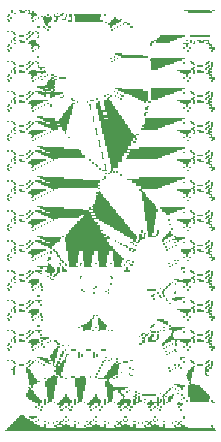
<source format=gbo>
%MOIN*%
%OFA0B0*%
%FSLAX44Y44*%
%IPPOS*%
%LPD*%
%ADD10R,0.0024827599298879567X0.0049824563427053109*%
D10*
X00051308Y-00047525D02*
X00058310Y-00047525D01*
X00051357Y-00047475D02*
X00058260Y-00047475D01*
X00051407Y-00047425D02*
X00052649Y-00047425D01*
X00052996Y-00047425D02*
X00053642Y-00047425D01*
X00053989Y-00047425D02*
X00054635Y-00047425D01*
X00054982Y-00047425D02*
X00055628Y-00047425D01*
X00055975Y-00047425D02*
X00056621Y-00047425D01*
X00056968Y-00047425D02*
X00057366Y-00047425D01*
X00058210Y-00047425D02*
X00058210Y-00047425D01*
X00051457Y-00047375D02*
X00052450Y-00047375D01*
X00052648Y-00047375D02*
X00052599Y-00047375D01*
X00052996Y-00047375D02*
X00052947Y-00047375D01*
X00053195Y-00047375D02*
X00053443Y-00047375D01*
X00053642Y-00047375D02*
X00053592Y-00047375D01*
X00053989Y-00047375D02*
X00053940Y-00047375D01*
X00054188Y-00047375D02*
X00054436Y-00047375D01*
X00054635Y-00047375D02*
X00054585Y-00047375D01*
X00054982Y-00047375D02*
X00054933Y-00047375D01*
X00055181Y-00047375D02*
X00055430Y-00047375D01*
X00055628Y-00047375D02*
X00055578Y-00047375D01*
X00055975Y-00047375D02*
X00055926Y-00047375D01*
X00056174Y-00047375D02*
X00056423Y-00047375D01*
X00056621Y-00047375D02*
X00056572Y-00047375D01*
X00056968Y-00047375D02*
X00056919Y-00047375D01*
X00057167Y-00047375D02*
X00057267Y-00047375D01*
X00058210Y-00047375D02*
X00058161Y-00047375D01*
X00051506Y-00047325D02*
X00052351Y-00047325D01*
X00052648Y-00047325D02*
X00052599Y-00047325D01*
X00053095Y-00047325D02*
X00053046Y-00047325D01*
X00053195Y-00047325D02*
X00053145Y-00047325D01*
X00053294Y-00047325D02*
X00053344Y-00047325D01*
X00053642Y-00047325D02*
X00053592Y-00047325D01*
X00054088Y-00047325D02*
X00054039Y-00047325D01*
X00054188Y-00047325D02*
X00054138Y-00047325D01*
X00054287Y-00047325D02*
X00054337Y-00047325D01*
X00054635Y-00047325D02*
X00054585Y-00047325D01*
X00055082Y-00047325D02*
X00055032Y-00047325D01*
X00055181Y-00047325D02*
X00055132Y-00047325D01*
X00055280Y-00047325D02*
X00055330Y-00047325D01*
X00055628Y-00047325D02*
X00055578Y-00047325D01*
X00056075Y-00047325D02*
X00056025Y-00047325D01*
X00056174Y-00047325D02*
X00056125Y-00047325D01*
X00056273Y-00047325D02*
X00056323Y-00047325D01*
X00056621Y-00047325D02*
X00056572Y-00047325D01*
X00057068Y-00047325D02*
X00057018Y-00047325D01*
X00057167Y-00047325D02*
X00057118Y-00047325D01*
X00057316Y-00047325D02*
X00057316Y-00047325D01*
X00051556Y-00047276D02*
X00052252Y-00047276D01*
X00052748Y-00047276D02*
X00052748Y-00047276D01*
X00052897Y-00047276D02*
X00052897Y-00047276D01*
X00053145Y-00047276D02*
X00053096Y-00047276D01*
X00053741Y-00047276D02*
X00053741Y-00047276D01*
X00053890Y-00047276D02*
X00053890Y-00047276D01*
X00054138Y-00047276D02*
X00054089Y-00047276D01*
X00054734Y-00047276D02*
X00054734Y-00047276D01*
X00054883Y-00047276D02*
X00054883Y-00047276D01*
X00055131Y-00047276D02*
X00055082Y-00047276D01*
X00055727Y-00047276D02*
X00055727Y-00047276D01*
X00055876Y-00047276D02*
X00055876Y-00047276D01*
X00056124Y-00047276D02*
X00056075Y-00047276D01*
X00056720Y-00047276D02*
X00056721Y-00047276D01*
X00056869Y-00047276D02*
X00056870Y-00047276D01*
X00057117Y-00047276D02*
X00057068Y-00047276D01*
X00057217Y-00047276D02*
X00057217Y-00047276D01*
X00051606Y-00047226D02*
X00052202Y-00047226D01*
X00052350Y-00047226D02*
X00052301Y-00047226D01*
X00052648Y-00047226D02*
X00052599Y-00047226D01*
X00053046Y-00047226D02*
X00052996Y-00047226D01*
X00053195Y-00047226D02*
X00053145Y-00047226D01*
X00053344Y-00047226D02*
X00053294Y-00047226D01*
X00053642Y-00047226D02*
X00053592Y-00047226D01*
X00054039Y-00047226D02*
X00053990Y-00047226D01*
X00054188Y-00047226D02*
X00054138Y-00047226D01*
X00054337Y-00047226D02*
X00054287Y-00047226D01*
X00054635Y-00047226D02*
X00054585Y-00047226D01*
X00055032Y-00047226D02*
X00054983Y-00047226D01*
X00055181Y-00047226D02*
X00055132Y-00047226D01*
X00055330Y-00047226D02*
X00055281Y-00047226D01*
X00055628Y-00047226D02*
X00055578Y-00047226D01*
X00056025Y-00047226D02*
X00055976Y-00047226D01*
X00056174Y-00047226D02*
X00056125Y-00047226D01*
X00056323Y-00047226D02*
X00056274Y-00047226D01*
X00056621Y-00047226D02*
X00056572Y-00047226D01*
X00057018Y-00047226D02*
X00056969Y-00047226D01*
X00057167Y-00047226D02*
X00057118Y-00047226D01*
X00051655Y-00047176D02*
X00052103Y-00047176D01*
X00052400Y-00047176D02*
X00052401Y-00047176D01*
X00053244Y-00047176D02*
X00053245Y-00047176D01*
X00053393Y-00047176D02*
X00053394Y-00047176D01*
X00054237Y-00047176D02*
X00054238Y-00047176D01*
X00054386Y-00047176D02*
X00054387Y-00047176D01*
X00055230Y-00047176D02*
X00055231Y-00047176D01*
X00055379Y-00047176D02*
X00055380Y-00047176D01*
X00056224Y-00047176D02*
X00056224Y-00047176D01*
X00056373Y-00047176D02*
X00056373Y-00047176D01*
X00057217Y-00047176D02*
X00057217Y-00047176D01*
X00051705Y-00047126D02*
X00052003Y-00047126D01*
X00052152Y-00047126D02*
X00052252Y-00047126D01*
X00057266Y-00047126D02*
X00057217Y-00047126D01*
X00051755Y-00047076D02*
X00051954Y-00047076D01*
X00052102Y-00047076D02*
X00052351Y-00047076D01*
X00053294Y-00047076D02*
X00053344Y-00047076D01*
X00054287Y-00047076D02*
X00054337Y-00047076D01*
X00055280Y-00047076D02*
X00055330Y-00047076D01*
X00056273Y-00047076D02*
X00056323Y-00047076D01*
X00057266Y-00047076D02*
X00057217Y-00047076D01*
X00051804Y-00047027D02*
X00051904Y-00047027D01*
X00051854Y-00046977D02*
X00051854Y-00046977D01*
X00052499Y-00046827D02*
X00052450Y-00046827D01*
X00053195Y-00046827D02*
X00053145Y-00046827D01*
X00053493Y-00046827D02*
X00053443Y-00046827D01*
X00054188Y-00046827D02*
X00054138Y-00046827D01*
X00054486Y-00046827D02*
X00054436Y-00046827D01*
X00055181Y-00046827D02*
X00055132Y-00046827D01*
X00055479Y-00046827D02*
X00055430Y-00046827D01*
X00056174Y-00046827D02*
X00056125Y-00046827D01*
X00056472Y-00046827D02*
X00056423Y-00046827D01*
X00057167Y-00046827D02*
X00057118Y-00046827D01*
X00052400Y-00046777D02*
X00052401Y-00046777D01*
X00053244Y-00046777D02*
X00053245Y-00046777D01*
X00053393Y-00046777D02*
X00053394Y-00046777D01*
X00054237Y-00046777D02*
X00054238Y-00046777D01*
X00054386Y-00046777D02*
X00054387Y-00046777D01*
X00055230Y-00046777D02*
X00055231Y-00046777D01*
X00055379Y-00046777D02*
X00055380Y-00046777D01*
X00056224Y-00046777D02*
X00056224Y-00046777D01*
X00056373Y-00046777D02*
X00056373Y-00046777D01*
X00057217Y-00046777D02*
X00057217Y-00046777D01*
X00052350Y-00046728D02*
X00052301Y-00046728D01*
X00052549Y-00046728D02*
X00052500Y-00046728D01*
X00053145Y-00046728D02*
X00053096Y-00046728D01*
X00053344Y-00046728D02*
X00053294Y-00046728D01*
X00053542Y-00046728D02*
X00053493Y-00046728D01*
X00054138Y-00046728D02*
X00054089Y-00046728D01*
X00054337Y-00046728D02*
X00054287Y-00046728D01*
X00054535Y-00046728D02*
X00054486Y-00046728D01*
X00055131Y-00046728D02*
X00055082Y-00046728D01*
X00055330Y-00046728D02*
X00055281Y-00046728D01*
X00055528Y-00046728D02*
X00055479Y-00046728D01*
X00056124Y-00046728D02*
X00056075Y-00046728D01*
X00056323Y-00046728D02*
X00056274Y-00046728D01*
X00056522Y-00046728D02*
X00056472Y-00046728D01*
X00057117Y-00046728D02*
X00057068Y-00046728D01*
X00052450Y-00046678D02*
X00052401Y-00046678D01*
X00053145Y-00046678D02*
X00053195Y-00046678D01*
X00053443Y-00046678D02*
X00053394Y-00046678D01*
X00054138Y-00046678D02*
X00054188Y-00046678D01*
X00054436Y-00046678D02*
X00054387Y-00046678D01*
X00055131Y-00046678D02*
X00055181Y-00046678D01*
X00055429Y-00046678D02*
X00055380Y-00046678D01*
X00056124Y-00046678D02*
X00056174Y-00046678D01*
X00056422Y-00046678D02*
X00056373Y-00046678D01*
X00057117Y-00046678D02*
X00057167Y-00046678D01*
X00052400Y-00046628D02*
X00052450Y-00046628D01*
X00052648Y-00046628D02*
X00052599Y-00046628D01*
X00053046Y-00046628D02*
X00053245Y-00046628D01*
X00053393Y-00046628D02*
X00053443Y-00046628D01*
X00053642Y-00046628D02*
X00053592Y-00046628D01*
X00054039Y-00046628D02*
X00054238Y-00046628D01*
X00054386Y-00046628D02*
X00054436Y-00046628D01*
X00054635Y-00046628D02*
X00054585Y-00046628D01*
X00055032Y-00046628D02*
X00055231Y-00046628D01*
X00055379Y-00046628D02*
X00055430Y-00046628D01*
X00055628Y-00046628D02*
X00055578Y-00046628D01*
X00056025Y-00046628D02*
X00056224Y-00046628D01*
X00056373Y-00046628D02*
X00056423Y-00046628D01*
X00056621Y-00046628D02*
X00056572Y-00046628D01*
X00057018Y-00046628D02*
X00057217Y-00046628D01*
X00052301Y-00046578D02*
X00052500Y-00046578D01*
X00052648Y-00046578D02*
X00052599Y-00046578D01*
X00052748Y-00046578D02*
X00052698Y-00046578D01*
X00052946Y-00046578D02*
X00052947Y-00046578D01*
X00053095Y-00046578D02*
X00053493Y-00046578D01*
X00053642Y-00046578D02*
X00053592Y-00046578D01*
X00053741Y-00046578D02*
X00053692Y-00046578D01*
X00053939Y-00046578D02*
X00053940Y-00046578D01*
X00054088Y-00046578D02*
X00054486Y-00046578D01*
X00054635Y-00046578D02*
X00054585Y-00046578D01*
X00054734Y-00046578D02*
X00054685Y-00046578D01*
X00054933Y-00046578D02*
X00054933Y-00046578D01*
X00055082Y-00046578D02*
X00055479Y-00046578D01*
X00055628Y-00046578D02*
X00055578Y-00046578D01*
X00055727Y-00046578D02*
X00055678Y-00046578D01*
X00055926Y-00046578D02*
X00055926Y-00046578D01*
X00056075Y-00046578D02*
X00056472Y-00046578D01*
X00056621Y-00046578D02*
X00056572Y-00046578D01*
X00056720Y-00046578D02*
X00056671Y-00046578D01*
X00056919Y-00046578D02*
X00056919Y-00046578D01*
X00057068Y-00046578D02*
X00057118Y-00046578D01*
X00058259Y-00046578D02*
X00058210Y-00046578D01*
X00052202Y-00046528D02*
X00052500Y-00046528D01*
X00052648Y-00046528D02*
X00052599Y-00046528D01*
X00052748Y-00046528D02*
X00052847Y-00046528D01*
X00053145Y-00046528D02*
X00053493Y-00046528D01*
X00053642Y-00046528D02*
X00053592Y-00046528D01*
X00053741Y-00046528D02*
X00053841Y-00046528D01*
X00054138Y-00046528D02*
X00054486Y-00046528D01*
X00054635Y-00046528D02*
X00054585Y-00046528D01*
X00054734Y-00046528D02*
X00054834Y-00046528D01*
X00055131Y-00046528D02*
X00055479Y-00046528D01*
X00055628Y-00046528D02*
X00055578Y-00046528D01*
X00055727Y-00046528D02*
X00055827Y-00046528D01*
X00056174Y-00046528D02*
X00056125Y-00046528D01*
X00056422Y-00046528D02*
X00056373Y-00046528D01*
X00056522Y-00046528D02*
X00056472Y-00046528D01*
X00056621Y-00046528D02*
X00056572Y-00046528D01*
X00056720Y-00046528D02*
X00056820Y-00046528D01*
X00057117Y-00046528D02*
X00057118Y-00046528D01*
X00057366Y-00046528D02*
X00057316Y-00046528D01*
X00057465Y-00046528D02*
X00058061Y-00046528D01*
X00058210Y-00046528D02*
X00058161Y-00046528D01*
X00052102Y-00046478D02*
X00052450Y-00046478D01*
X00052648Y-00046478D02*
X00052599Y-00046478D01*
X00052748Y-00046478D02*
X00052847Y-00046478D01*
X00053195Y-00046478D02*
X00053443Y-00046478D01*
X00053642Y-00046478D02*
X00053592Y-00046478D01*
X00053741Y-00046478D02*
X00053841Y-00046478D01*
X00054188Y-00046478D02*
X00054436Y-00046478D01*
X00054635Y-00046478D02*
X00054585Y-00046478D01*
X00054734Y-00046478D02*
X00054834Y-00046478D01*
X00055181Y-00046478D02*
X00055430Y-00046478D01*
X00055628Y-00046478D02*
X00055578Y-00046478D01*
X00055727Y-00046478D02*
X00055777Y-00046478D01*
X00055975Y-00046478D02*
X00055926Y-00046478D01*
X00056422Y-00046478D02*
X00056373Y-00046478D01*
X00056522Y-00046478D02*
X00056472Y-00046478D01*
X00056621Y-00046478D02*
X00056572Y-00046478D01*
X00056720Y-00046478D02*
X00056820Y-00046478D01*
X00057167Y-00046478D02*
X00057167Y-00046478D01*
X00057316Y-00046478D02*
X00057316Y-00046478D01*
X00057465Y-00046478D02*
X00058061Y-00046478D01*
X00052053Y-00046429D02*
X00052401Y-00046429D01*
X00052748Y-00046429D02*
X00052897Y-00046429D01*
X00053244Y-00046429D02*
X00053394Y-00046429D01*
X00053741Y-00046429D02*
X00053890Y-00046429D01*
X00054237Y-00046429D02*
X00054387Y-00046429D01*
X00054734Y-00046429D02*
X00054883Y-00046429D01*
X00055230Y-00046429D02*
X00055231Y-00046429D01*
X00055677Y-00046429D02*
X00055628Y-00046429D01*
X00055777Y-00046429D02*
X00055727Y-00046429D01*
X00056422Y-00046429D02*
X00056373Y-00046429D01*
X00056571Y-00046429D02*
X00056572Y-00046429D01*
X00056720Y-00046429D02*
X00056870Y-00046429D01*
X00057217Y-00046429D02*
X00057267Y-00046429D01*
X00057465Y-00046429D02*
X00058111Y-00046429D01*
X00052003Y-00046379D02*
X00052351Y-00046379D01*
X00052698Y-00046379D02*
X00052897Y-00046379D01*
X00053294Y-00046379D02*
X00053344Y-00046379D01*
X00053691Y-00046379D02*
X00053890Y-00046379D01*
X00054287Y-00046379D02*
X00054337Y-00046379D01*
X00054684Y-00046379D02*
X00054883Y-00046379D01*
X00055280Y-00046379D02*
X00055231Y-00046379D01*
X00055578Y-00046379D02*
X00055628Y-00046379D01*
X00055777Y-00046379D02*
X00055727Y-00046379D01*
X00056571Y-00046379D02*
X00056522Y-00046379D01*
X00056670Y-00046379D02*
X00056621Y-00046379D01*
X00056770Y-00046379D02*
X00056870Y-00046379D01*
X00057217Y-00046379D02*
X00057217Y-00046379D01*
X00057415Y-00046379D02*
X00058111Y-00046379D01*
X00052003Y-00046329D02*
X00052301Y-00046329D01*
X00052698Y-00046329D02*
X00052897Y-00046329D01*
X00053344Y-00046329D02*
X00053294Y-00046329D01*
X00053691Y-00046329D02*
X00053890Y-00046329D01*
X00054337Y-00046329D02*
X00054287Y-00046329D01*
X00054684Y-00046329D02*
X00054883Y-00046329D01*
X00055230Y-00046329D02*
X00055181Y-00046329D01*
X00055677Y-00046329D02*
X00055628Y-00046329D01*
X00055876Y-00046329D02*
X00056323Y-00046329D01*
X00056621Y-00046329D02*
X00056572Y-00046329D01*
X00056919Y-00046329D02*
X00056870Y-00046329D01*
X00057217Y-00046329D02*
X00057167Y-00046329D01*
X00057415Y-00046329D02*
X00058061Y-00046329D01*
X00052003Y-00046279D02*
X00052252Y-00046279D01*
X00052698Y-00046279D02*
X00052897Y-00046279D01*
X00053691Y-00046279D02*
X00053890Y-00046279D01*
X00054684Y-00046279D02*
X00054883Y-00046279D01*
X00055181Y-00046279D02*
X00055132Y-00046279D01*
X00055777Y-00046279D02*
X00055727Y-00046279D01*
X00056472Y-00046279D02*
X00056472Y-00046279D01*
X00056670Y-00046279D02*
X00056621Y-00046279D01*
X00056919Y-00046279D02*
X00056919Y-00046279D01*
X00057068Y-00046279D02*
X00057018Y-00046279D01*
X00057415Y-00046279D02*
X00058012Y-00046279D01*
X00052053Y-00046229D02*
X00052252Y-00046229D01*
X00052698Y-00046229D02*
X00052897Y-00046229D01*
X00053691Y-00046229D02*
X00053890Y-00046229D01*
X00054684Y-00046229D02*
X00054883Y-00046229D01*
X00055131Y-00046229D02*
X00055082Y-00046229D01*
X00055379Y-00046229D02*
X00055330Y-00046229D01*
X00055677Y-00046229D02*
X00055628Y-00046229D01*
X00056720Y-00046229D02*
X00056671Y-00046229D01*
X00057415Y-00046229D02*
X00057962Y-00046229D01*
X00052053Y-00046179D02*
X00052202Y-00046179D01*
X00052698Y-00046179D02*
X00052947Y-00046179D01*
X00053691Y-00046179D02*
X00053940Y-00046179D01*
X00054684Y-00046179D02*
X00054933Y-00046179D01*
X00055082Y-00046179D02*
X00055132Y-00046179D01*
X00055429Y-00046179D02*
X00055430Y-00046179D01*
X00056770Y-00046179D02*
X00056721Y-00046179D01*
X00057068Y-00046179D02*
X00057068Y-00046179D01*
X00057415Y-00046179D02*
X00057912Y-00046179D01*
X00052102Y-00046130D02*
X00052152Y-00046130D01*
X00052698Y-00046130D02*
X00052947Y-00046130D01*
X00053691Y-00046130D02*
X00053940Y-00046130D01*
X00054684Y-00046130D02*
X00055281Y-00046130D01*
X00056819Y-00046130D02*
X00056770Y-00046130D01*
X00056968Y-00046130D02*
X00056969Y-00046130D01*
X00057217Y-00046130D02*
X00057167Y-00046130D01*
X00057415Y-00046130D02*
X00057863Y-00046130D01*
X00052102Y-00046080D02*
X00052053Y-00046080D01*
X00052202Y-00046080D02*
X00052152Y-00046080D01*
X00052698Y-00046080D02*
X00052947Y-00046080D01*
X00053691Y-00046080D02*
X00053940Y-00046080D01*
X00054684Y-00046080D02*
X00055380Y-00046080D01*
X00056869Y-00046080D02*
X00056870Y-00046080D01*
X00057117Y-00046080D02*
X00057217Y-00046080D01*
X00057415Y-00046080D02*
X00057813Y-00046080D01*
X00052152Y-00046030D02*
X00052202Y-00046030D01*
X00052648Y-00046030D02*
X00052947Y-00046030D01*
X00053642Y-00046030D02*
X00053940Y-00046030D01*
X00054635Y-00046030D02*
X00054883Y-00046030D01*
X00057018Y-00046030D02*
X00057267Y-00046030D01*
X00057415Y-00046030D02*
X00057763Y-00046030D01*
X00052102Y-00045980D02*
X00052252Y-00045980D01*
X00052648Y-00045980D02*
X00052996Y-00045980D01*
X00053642Y-00045980D02*
X00053990Y-00045980D01*
X00054635Y-00045980D02*
X00054834Y-00045980D01*
X00056919Y-00045980D02*
X00057118Y-00045980D01*
X00057465Y-00045980D02*
X00057614Y-00045980D01*
X00052102Y-00045930D02*
X00052351Y-00045930D01*
X00052648Y-00045930D02*
X00052996Y-00045930D01*
X00053642Y-00045930D02*
X00053990Y-00045930D01*
X00054635Y-00045930D02*
X00054784Y-00045930D01*
X00057465Y-00045930D02*
X00057416Y-00045930D01*
X00052102Y-00045881D02*
X00052450Y-00045881D01*
X00052648Y-00045881D02*
X00052996Y-00045881D01*
X00053642Y-00045881D02*
X00053990Y-00045881D01*
X00054635Y-00045881D02*
X00054734Y-00045881D01*
X00057465Y-00045881D02*
X00057465Y-00045881D01*
X00052102Y-00045831D02*
X00052351Y-00045831D01*
X00052549Y-00045831D02*
X00052549Y-00045831D01*
X00052698Y-00045831D02*
X00052996Y-00045831D01*
X00053642Y-00045831D02*
X00053990Y-00045831D01*
X00054734Y-00045831D02*
X00054685Y-00045831D01*
X00057415Y-00045831D02*
X00057465Y-00045831D01*
X00052053Y-00045781D02*
X00052301Y-00045781D01*
X00052648Y-00045781D02*
X00052599Y-00045781D01*
X00052748Y-00045781D02*
X00052996Y-00045781D01*
X00053344Y-00045781D02*
X00053294Y-00045781D01*
X00053642Y-00045781D02*
X00053990Y-00045781D01*
X00054386Y-00045781D02*
X00054784Y-00045781D01*
X00054933Y-00045781D02*
X00054883Y-00045781D01*
X00057366Y-00045781D02*
X00057465Y-00045781D01*
X00052053Y-00045731D02*
X00052252Y-00045731D01*
X00052847Y-00045731D02*
X00053046Y-00045731D01*
X00053195Y-00045731D02*
X00053145Y-00045731D01*
X00053493Y-00045731D02*
X00053592Y-00045731D01*
X00053790Y-00045731D02*
X00053940Y-00045731D01*
X00054138Y-00045731D02*
X00054138Y-00045731D01*
X00054337Y-00045731D02*
X00054287Y-00045731D01*
X00054585Y-00045731D02*
X00054883Y-00045731D01*
X00055032Y-00045731D02*
X00054983Y-00045731D01*
X00057366Y-00045731D02*
X00057515Y-00045731D01*
X00052053Y-00045681D02*
X00052252Y-00045681D01*
X00052897Y-00045681D02*
X00052947Y-00045681D01*
X00053095Y-00045681D02*
X00053145Y-00045681D01*
X00054635Y-00045681D02*
X00054933Y-00045681D01*
X00055528Y-00045681D02*
X00055479Y-00045681D01*
X00057316Y-00045681D02*
X00057515Y-00045681D01*
X00058061Y-00045681D02*
X00058012Y-00045681D01*
X00051606Y-00045631D02*
X00051556Y-00045631D01*
X00052053Y-00045631D02*
X00052202Y-00045631D01*
X00052996Y-00045631D02*
X00053145Y-00045631D01*
X00054386Y-00045631D02*
X00054337Y-00045631D01*
X00054684Y-00045631D02*
X00055032Y-00045631D01*
X00055429Y-00045631D02*
X00055430Y-00045631D01*
X00057366Y-00045631D02*
X00057515Y-00045631D01*
X00058011Y-00045631D02*
X00057962Y-00045631D01*
X00051606Y-00045582D02*
X00051556Y-00045582D01*
X00052003Y-00045582D02*
X00052152Y-00045582D01*
X00052996Y-00045582D02*
X00053145Y-00045582D01*
X00054684Y-00045582D02*
X00055032Y-00045582D01*
X00055181Y-00045582D02*
X00055181Y-00045582D01*
X00057415Y-00045582D02*
X00057515Y-00045582D01*
X00057962Y-00045582D02*
X00057962Y-00045582D01*
X00051556Y-00045532D02*
X00051606Y-00045532D01*
X00052003Y-00045532D02*
X00052152Y-00045532D01*
X00052946Y-00045532D02*
X00053195Y-00045532D01*
X00054436Y-00045532D02*
X00054387Y-00045532D01*
X00054734Y-00045532D02*
X00055032Y-00045532D01*
X00056819Y-00045532D02*
X00056770Y-00045532D01*
X00057415Y-00045532D02*
X00057565Y-00045532D01*
X00057962Y-00045532D02*
X00058061Y-00045532D01*
X00051506Y-00045482D02*
X00051606Y-00045482D01*
X00052003Y-00045482D02*
X00052103Y-00045482D01*
X00052996Y-00045482D02*
X00053195Y-00045482D01*
X00054784Y-00045482D02*
X00055032Y-00045482D01*
X00055578Y-00045482D02*
X00055529Y-00045482D01*
X00056869Y-00045482D02*
X00056870Y-00045482D01*
X00057465Y-00045482D02*
X00057565Y-00045482D01*
X00057962Y-00045482D02*
X00058061Y-00045482D01*
X00051556Y-00045432D02*
X00051606Y-00045432D01*
X00052003Y-00045432D02*
X00052053Y-00045432D01*
X00052996Y-00045432D02*
X00053195Y-00045432D01*
X00054486Y-00045432D02*
X00054436Y-00045432D01*
X00054833Y-00045432D02*
X00055082Y-00045432D01*
X00055429Y-00045432D02*
X00055479Y-00045432D01*
X00056770Y-00045432D02*
X00056721Y-00045432D01*
X00056968Y-00045432D02*
X00056969Y-00045432D01*
X00057167Y-00045432D02*
X00057118Y-00045432D01*
X00057515Y-00045432D02*
X00057565Y-00045432D01*
X00057962Y-00045432D02*
X00058012Y-00045432D01*
X00058160Y-00045432D02*
X00058111Y-00045432D01*
X00051655Y-00045382D02*
X00051606Y-00045382D01*
X00052102Y-00045382D02*
X00052053Y-00045382D01*
X00052946Y-00045382D02*
X00053245Y-00045382D01*
X00054833Y-00045382D02*
X00055082Y-00045382D01*
X00056819Y-00045382D02*
X00056820Y-00045382D01*
X00057068Y-00045382D02*
X00057068Y-00045382D01*
X00057614Y-00045382D02*
X00057565Y-00045382D01*
X00058061Y-00045382D02*
X00058012Y-00045382D01*
X00058160Y-00045382D02*
X00058161Y-00045382D01*
X00051755Y-00045332D02*
X00051904Y-00045332D01*
X00052152Y-00045332D02*
X00052103Y-00045332D01*
X00052599Y-00045332D02*
X00052549Y-00045332D01*
X00052897Y-00045332D02*
X00052897Y-00045332D01*
X00053046Y-00045332D02*
X00052996Y-00045332D01*
X00053145Y-00045332D02*
X00053245Y-00045332D01*
X00054535Y-00045332D02*
X00054486Y-00045332D01*
X00054883Y-00045332D02*
X00055082Y-00045332D01*
X00056968Y-00045332D02*
X00056919Y-00045332D01*
X00057117Y-00045332D02*
X00057068Y-00045332D01*
X00057713Y-00045332D02*
X00057863Y-00045332D01*
X00058110Y-00045332D02*
X00058061Y-00045332D01*
X00058210Y-00045332D02*
X00058161Y-00045332D01*
X00051655Y-00045283D02*
X00051606Y-00045283D01*
X00052053Y-00045283D02*
X00052003Y-00045283D01*
X00052202Y-00045283D02*
X00052152Y-00045283D01*
X00052499Y-00045283D02*
X00052500Y-00045283D01*
X00052797Y-00045283D02*
X00052748Y-00045283D01*
X00052897Y-00045283D02*
X00052897Y-00045283D01*
X00053046Y-00045283D02*
X00053245Y-00045283D01*
X00054933Y-00045283D02*
X00054983Y-00045283D01*
X00055131Y-00045283D02*
X00055082Y-00045283D01*
X00057614Y-00045283D02*
X00057565Y-00045283D01*
X00058011Y-00045283D02*
X00057962Y-00045283D01*
X00058160Y-00045283D02*
X00058210Y-00045283D01*
X00051606Y-00045233D02*
X00051556Y-00045233D01*
X00052102Y-00045233D02*
X00052053Y-00045233D01*
X00052251Y-00045233D02*
X00052202Y-00045233D01*
X00052400Y-00045233D02*
X00052401Y-00045233D01*
X00052648Y-00045233D02*
X00052748Y-00045233D01*
X00052897Y-00045233D02*
X00052947Y-00045233D01*
X00053095Y-00045233D02*
X00053046Y-00045233D01*
X00053195Y-00045233D02*
X00053294Y-00045233D01*
X00054585Y-00045233D02*
X00054536Y-00045233D01*
X00055032Y-00045233D02*
X00054983Y-00045233D01*
X00055230Y-00045233D02*
X00055380Y-00045233D01*
X00057266Y-00045233D02*
X00057217Y-00045233D01*
X00057564Y-00045233D02*
X00057515Y-00045233D01*
X00058061Y-00045233D02*
X00058012Y-00045233D01*
X00058210Y-00045233D02*
X00058161Y-00045233D01*
X00051407Y-00045183D02*
X00051358Y-00045183D01*
X00051556Y-00045183D02*
X00051507Y-00045183D01*
X00052152Y-00045183D02*
X00052103Y-00045183D01*
X00052301Y-00045183D02*
X00052301Y-00045183D01*
X00052549Y-00045183D02*
X00052947Y-00045183D01*
X00053244Y-00045183D02*
X00053294Y-00045183D01*
X00054635Y-00045183D02*
X00054585Y-00045183D01*
X00054784Y-00045183D02*
X00054734Y-00045183D01*
X00055528Y-00045183D02*
X00055479Y-00045183D01*
X00057316Y-00045183D02*
X00057316Y-00045183D01*
X00057515Y-00045183D02*
X00057465Y-00045183D01*
X00058110Y-00045183D02*
X00058061Y-00045183D01*
X00052450Y-00045133D02*
X00052698Y-00045133D01*
X00052847Y-00045133D02*
X00052947Y-00045133D01*
X00053145Y-00045133D02*
X00053096Y-00045133D01*
X00053294Y-00045133D02*
X00053294Y-00045133D01*
X00054833Y-00045133D02*
X00054834Y-00045133D01*
X00055032Y-00045133D02*
X00054983Y-00045133D01*
X00057117Y-00045133D02*
X00057167Y-00045133D01*
X00052350Y-00045083D02*
X00052549Y-00045083D01*
X00052797Y-00045083D02*
X00052996Y-00045083D01*
X00053294Y-00045083D02*
X00053294Y-00045083D01*
X00053790Y-00045083D02*
X00053741Y-00045083D01*
X00054287Y-00045083D02*
X00054238Y-00045083D01*
X00054684Y-00045083D02*
X00054635Y-00045083D01*
X00057117Y-00045083D02*
X00057267Y-00045083D01*
X00052797Y-00045034D02*
X00052996Y-00045034D01*
X00053195Y-00045034D02*
X00053145Y-00045034D01*
X00053344Y-00045034D02*
X00053344Y-00045034D01*
X00053790Y-00045034D02*
X00053741Y-00045034D01*
X00053890Y-00045034D02*
X00053841Y-00045034D01*
X00054287Y-00045034D02*
X00054238Y-00045034D01*
X00054386Y-00045034D02*
X00054337Y-00045034D01*
X00054784Y-00045034D02*
X00054784Y-00045034D01*
X00052847Y-00044984D02*
X00052996Y-00044984D01*
X00053195Y-00044984D02*
X00053145Y-00044984D01*
X00053393Y-00044984D02*
X00053344Y-00044984D01*
X00053790Y-00044984D02*
X00053741Y-00044984D01*
X00053890Y-00044984D02*
X00053841Y-00044984D01*
X00054287Y-00044984D02*
X00054238Y-00044984D01*
X00054386Y-00044984D02*
X00054337Y-00044984D01*
X00056720Y-00044984D02*
X00056671Y-00044984D01*
X00052897Y-00044934D02*
X00052996Y-00044934D01*
X00053244Y-00044934D02*
X00053195Y-00044934D01*
X00053790Y-00044934D02*
X00053741Y-00044934D01*
X00054287Y-00044934D02*
X00054238Y-00044934D01*
X00056770Y-00044934D02*
X00056770Y-00044934D01*
X00052897Y-00044884D02*
X00053046Y-00044884D01*
X00053244Y-00044884D02*
X00053195Y-00044884D01*
X00056670Y-00044884D02*
X00056621Y-00044884D01*
X00056869Y-00044884D02*
X00056870Y-00044884D01*
X00057018Y-00044884D02*
X00056969Y-00044884D01*
X00051457Y-00044834D02*
X00051407Y-00044834D01*
X00052251Y-00044834D02*
X00052202Y-00044834D01*
X00052946Y-00044834D02*
X00053046Y-00044834D01*
X00053294Y-00044834D02*
X00053294Y-00044834D01*
X00053493Y-00044834D02*
X00053642Y-00044834D01*
X00053989Y-00044834D02*
X00054138Y-00044834D01*
X00054486Y-00044834D02*
X00054635Y-00044834D01*
X00056720Y-00044834D02*
X00056721Y-00044834D01*
X00056968Y-00044834D02*
X00056919Y-00044834D01*
X00057415Y-00044834D02*
X00057366Y-00044834D01*
X00058210Y-00044834D02*
X00058161Y-00044834D01*
X00051407Y-00044784D02*
X00051358Y-00044784D01*
X00052301Y-00044784D02*
X00052301Y-00044784D01*
X00052996Y-00044784D02*
X00053046Y-00044784D01*
X00056621Y-00044784D02*
X00056572Y-00044784D01*
X00056819Y-00044784D02*
X00056820Y-00044784D01*
X00057316Y-00044784D02*
X00057316Y-00044784D01*
X00058259Y-00044784D02*
X00058210Y-00044784D01*
X00051506Y-00044735D02*
X00051457Y-00044735D01*
X00052202Y-00044735D02*
X00052152Y-00044735D01*
X00052400Y-00044735D02*
X00052401Y-00044735D01*
X00052599Y-00044735D02*
X00052549Y-00044735D01*
X00053095Y-00044735D02*
X00053046Y-00044735D01*
X00056670Y-00044735D02*
X00056671Y-00044735D01*
X00056919Y-00044735D02*
X00056919Y-00044735D01*
X00057266Y-00044735D02*
X00057217Y-00044735D01*
X00057465Y-00044735D02*
X00057416Y-00044735D01*
X00058160Y-00044735D02*
X00058111Y-00044735D01*
X00058259Y-00044735D02*
X00058210Y-00044735D01*
X00051407Y-00044685D02*
X00051358Y-00044685D01*
X00052202Y-00044685D02*
X00052252Y-00044685D01*
X00052499Y-00044685D02*
X00052500Y-00044685D01*
X00053195Y-00044685D02*
X00053245Y-00044685D01*
X00053393Y-00044685D02*
X00053394Y-00044685D01*
X00056571Y-00044685D02*
X00056522Y-00044685D01*
X00056770Y-00044685D02*
X00056770Y-00044685D01*
X00057018Y-00044685D02*
X00056969Y-00044685D01*
X00057366Y-00044685D02*
X00057316Y-00044685D01*
X00058160Y-00044685D02*
X00058161Y-00044685D01*
X00051457Y-00044635D02*
X00051407Y-00044635D01*
X00052152Y-00044635D02*
X00052351Y-00044635D01*
X00052549Y-00044635D02*
X00052500Y-00044635D01*
X00053095Y-00044635D02*
X00053046Y-00044635D01*
X00055826Y-00044635D02*
X00055777Y-00044635D01*
X00056522Y-00044635D02*
X00056621Y-00044635D01*
X00056869Y-00044635D02*
X00056870Y-00044635D01*
X00057018Y-00044635D02*
X00056969Y-00044635D01*
X00057316Y-00044635D02*
X00057366Y-00044635D01*
X00058110Y-00044635D02*
X00058161Y-00044635D01*
X00051457Y-00044585D02*
X00051457Y-00044585D01*
X00051655Y-00044585D02*
X00051606Y-00044585D01*
X00052053Y-00044585D02*
X00052450Y-00044585D01*
X00052748Y-00044585D02*
X00052698Y-00044585D01*
X00053046Y-00044585D02*
X00052996Y-00044585D01*
X00055926Y-00044585D02*
X00055876Y-00044585D01*
X00056422Y-00044585D02*
X00056423Y-00044585D01*
X00056571Y-00044585D02*
X00056721Y-00044585D01*
X00056968Y-00044585D02*
X00056969Y-00044585D01*
X00057217Y-00044585D02*
X00057416Y-00044585D01*
X00057614Y-00044585D02*
X00057565Y-00044585D01*
X00058011Y-00044585D02*
X00058111Y-00044585D01*
X00051506Y-00044535D02*
X00051507Y-00044535D01*
X00051655Y-00044535D02*
X00051606Y-00044535D01*
X00051755Y-00044535D02*
X00051954Y-00044535D01*
X00052102Y-00044535D02*
X00052401Y-00044535D01*
X00052549Y-00044535D02*
X00052500Y-00044535D01*
X00052797Y-00044535D02*
X00052798Y-00044535D01*
X00052996Y-00044535D02*
X00052947Y-00044535D01*
X00055876Y-00044535D02*
X00055926Y-00044535D01*
X00056075Y-00044535D02*
X00056323Y-00044535D01*
X00056621Y-00044535D02*
X00056820Y-00044535D01*
X00057018Y-00044535D02*
X00056969Y-00044535D01*
X00057117Y-00044535D02*
X00057465Y-00044535D01*
X00057614Y-00044535D02*
X00057565Y-00044535D01*
X00057713Y-00044535D02*
X00057912Y-00044535D01*
X00058061Y-00044535D02*
X00058161Y-00044535D01*
X00051506Y-00044485D02*
X00051507Y-00044485D01*
X00051655Y-00044485D02*
X00051606Y-00044485D01*
X00051755Y-00044485D02*
X00051854Y-00044485D01*
X00052152Y-00044485D02*
X00052401Y-00044485D01*
X00052549Y-00044485D02*
X00052649Y-00044485D01*
X00055926Y-00044485D02*
X00055926Y-00044485D01*
X00056075Y-00044485D02*
X00056174Y-00044485D01*
X00056373Y-00044485D02*
X00056323Y-00044485D01*
X00056670Y-00044485D02*
X00057465Y-00044485D01*
X00057614Y-00044485D02*
X00057565Y-00044485D01*
X00057713Y-00044485D02*
X00057813Y-00044485D01*
X00058110Y-00044485D02*
X00058061Y-00044485D01*
X00051556Y-00044436D02*
X00051606Y-00044436D01*
X00052003Y-00044436D02*
X00052053Y-00044436D01*
X00052450Y-00044436D02*
X00052748Y-00044436D01*
X00055926Y-00044436D02*
X00055876Y-00044436D01*
X00056075Y-00044436D02*
X00056174Y-00044436D01*
X00056422Y-00044436D02*
X00056373Y-00044436D01*
X00056720Y-00044436D02*
X00056919Y-00044436D01*
X00057515Y-00044436D02*
X00057565Y-00044436D01*
X00057962Y-00044436D02*
X00058012Y-00044436D01*
X00058160Y-00044436D02*
X00058111Y-00044436D01*
X00051655Y-00044386D02*
X00051606Y-00044386D01*
X00052102Y-00044386D02*
X00052053Y-00044386D01*
X00055777Y-00044386D02*
X00055777Y-00044386D01*
X00055975Y-00044386D02*
X00055976Y-00044386D01*
X00056124Y-00044386D02*
X00056224Y-00044386D01*
X00056422Y-00044386D02*
X00056373Y-00044386D01*
X00056770Y-00044386D02*
X00056870Y-00044386D01*
X00057614Y-00044386D02*
X00057565Y-00044386D01*
X00058061Y-00044386D02*
X00058012Y-00044386D01*
X00058160Y-00044386D02*
X00058161Y-00044386D01*
X00051755Y-00044336D02*
X00051904Y-00044336D01*
X00052152Y-00044336D02*
X00052103Y-00044336D01*
X00052499Y-00044336D02*
X00052450Y-00044336D01*
X00055876Y-00044336D02*
X00055827Y-00044336D01*
X00056025Y-00044336D02*
X00055976Y-00044336D01*
X00056174Y-00044336D02*
X00056224Y-00044336D01*
X00056422Y-00044336D02*
X00056373Y-00044336D01*
X00056819Y-00044336D02*
X00056870Y-00044336D01*
X00057713Y-00044336D02*
X00057863Y-00044336D01*
X00058110Y-00044336D02*
X00058061Y-00044336D01*
X00058210Y-00044336D02*
X00058161Y-00044336D01*
X00051655Y-00044286D02*
X00051606Y-00044286D01*
X00052053Y-00044286D02*
X00052003Y-00044286D01*
X00052202Y-00044286D02*
X00052152Y-00044286D01*
X00055926Y-00044286D02*
X00055876Y-00044286D01*
X00056075Y-00044286D02*
X00056075Y-00044286D01*
X00056869Y-00044286D02*
X00056820Y-00044286D01*
X00057614Y-00044286D02*
X00057565Y-00044286D01*
X00058011Y-00044286D02*
X00057962Y-00044286D01*
X00058160Y-00044286D02*
X00058210Y-00044286D01*
X00051606Y-00044236D02*
X00051556Y-00044236D01*
X00052102Y-00044236D02*
X00052053Y-00044236D01*
X00052251Y-00044236D02*
X00052202Y-00044236D01*
X00052400Y-00044236D02*
X00052450Y-00044236D01*
X00056224Y-00044236D02*
X00056174Y-00044236D01*
X00056323Y-00044236D02*
X00056274Y-00044236D01*
X00056422Y-00044236D02*
X00056373Y-00044236D01*
X00056869Y-00044236D02*
X00056919Y-00044236D01*
X00057266Y-00044236D02*
X00057217Y-00044236D01*
X00057564Y-00044236D02*
X00057515Y-00044236D01*
X00058061Y-00044236D02*
X00058012Y-00044236D01*
X00058210Y-00044236D02*
X00058161Y-00044236D01*
X00051407Y-00044187D02*
X00051358Y-00044187D01*
X00051556Y-00044187D02*
X00051507Y-00044187D01*
X00052152Y-00044187D02*
X00052103Y-00044187D01*
X00052301Y-00044187D02*
X00052500Y-00044187D01*
X00053939Y-00044187D02*
X00053890Y-00044187D01*
X00054237Y-00044187D02*
X00054188Y-00044187D01*
X00054436Y-00044187D02*
X00054387Y-00044187D01*
X00054734Y-00044187D02*
X00054734Y-00044187D01*
X00054883Y-00044187D02*
X00054834Y-00044187D01*
X00056124Y-00044187D02*
X00056125Y-00044187D01*
X00056472Y-00044187D02*
X00056472Y-00044187D01*
X00056621Y-00044187D02*
X00056572Y-00044187D01*
X00056869Y-00044187D02*
X00057018Y-00044187D01*
X00057316Y-00044187D02*
X00057316Y-00044187D01*
X00057515Y-00044187D02*
X00057465Y-00044187D01*
X00058110Y-00044187D02*
X00058061Y-00044187D01*
X00052350Y-00044137D02*
X00052351Y-00044137D01*
X00053890Y-00044137D02*
X00054138Y-00044137D01*
X00054287Y-00044137D02*
X00054287Y-00044137D01*
X00054436Y-00044137D02*
X00054635Y-00044137D01*
X00054784Y-00044137D02*
X00054784Y-00044137D01*
X00056770Y-00044137D02*
X00057167Y-00044137D01*
X00052450Y-00044087D02*
X00052450Y-00044087D01*
X00053790Y-00044087D02*
X00053741Y-00044087D01*
X00053890Y-00044087D02*
X00054138Y-00044087D01*
X00054337Y-00044087D02*
X00054287Y-00044087D01*
X00054436Y-00044087D02*
X00054635Y-00044087D01*
X00056174Y-00044087D02*
X00056125Y-00044087D01*
X00056621Y-00044087D02*
X00056572Y-00044087D01*
X00056819Y-00044087D02*
X00057267Y-00044087D01*
X00052350Y-00044037D02*
X00052450Y-00044037D01*
X00053840Y-00044037D02*
X00054188Y-00044037D01*
X00054436Y-00044037D02*
X00054685Y-00044037D01*
X00056224Y-00044037D02*
X00056174Y-00044037D01*
X00056522Y-00044037D02*
X00056522Y-00044037D01*
X00056819Y-00044037D02*
X00056770Y-00044037D01*
X00053939Y-00043987D02*
X00054188Y-00043987D01*
X00054386Y-00043987D02*
X00054635Y-00043987D01*
X00056273Y-00043987D02*
X00056224Y-00043987D01*
X00056422Y-00043987D02*
X00056423Y-00043987D01*
X00056670Y-00043987D02*
X00056721Y-00043987D01*
X00054039Y-00043937D02*
X00054188Y-00043937D01*
X00054386Y-00043937D02*
X00054585Y-00043937D01*
X00056323Y-00043937D02*
X00056323Y-00043937D01*
X00056571Y-00043937D02*
X00056721Y-00043937D01*
X00054088Y-00043888D02*
X00054188Y-00043888D01*
X00054386Y-00043888D02*
X00054536Y-00043888D01*
X00056472Y-00043888D02*
X00056721Y-00043888D01*
X00051457Y-00043838D02*
X00051407Y-00043838D01*
X00052251Y-00043838D02*
X00052202Y-00043838D01*
X00052549Y-00043838D02*
X00052500Y-00043838D01*
X00054138Y-00043838D02*
X00054188Y-00043838D01*
X00054386Y-00043838D02*
X00054486Y-00043838D01*
X00056373Y-00043838D02*
X00056572Y-00043838D01*
X00057415Y-00043838D02*
X00057366Y-00043838D01*
X00058210Y-00043838D02*
X00058161Y-00043838D01*
X00051407Y-00043788D02*
X00051358Y-00043788D01*
X00052301Y-00043788D02*
X00052301Y-00043788D01*
X00054188Y-00043788D02*
X00054238Y-00043788D01*
X00054386Y-00043788D02*
X00054436Y-00043788D01*
X00057316Y-00043788D02*
X00057316Y-00043788D01*
X00058259Y-00043788D02*
X00058210Y-00043788D01*
X00051506Y-00043738D02*
X00051457Y-00043738D01*
X00052202Y-00043738D02*
X00052152Y-00043738D01*
X00052400Y-00043738D02*
X00052401Y-00043738D01*
X00052549Y-00043738D02*
X00052500Y-00043738D01*
X00054237Y-00043738D02*
X00054238Y-00043738D01*
X00054386Y-00043738D02*
X00054387Y-00043738D01*
X00057266Y-00043738D02*
X00057217Y-00043738D01*
X00057465Y-00043738D02*
X00057416Y-00043738D01*
X00058160Y-00043738D02*
X00058111Y-00043738D01*
X00058259Y-00043738D02*
X00058210Y-00043738D01*
X00051407Y-00043688D02*
X00051358Y-00043688D01*
X00052202Y-00043688D02*
X00052252Y-00043688D01*
X00052499Y-00043688D02*
X00052450Y-00043688D01*
X00054287Y-00043688D02*
X00054238Y-00043688D01*
X00054386Y-00043688D02*
X00054337Y-00043688D01*
X00057366Y-00043688D02*
X00057316Y-00043688D01*
X00058160Y-00043688D02*
X00058161Y-00043688D01*
X00051457Y-00043638D02*
X00051407Y-00043638D01*
X00052152Y-00043638D02*
X00052351Y-00043638D01*
X00052499Y-00043638D02*
X00052450Y-00043638D01*
X00057316Y-00043638D02*
X00057366Y-00043638D01*
X00058110Y-00043638D02*
X00058161Y-00043638D01*
X00051457Y-00043589D02*
X00051457Y-00043589D01*
X00051655Y-00043589D02*
X00051606Y-00043589D01*
X00052053Y-00043589D02*
X00052401Y-00043589D01*
X00057217Y-00043589D02*
X00057416Y-00043589D01*
X00057614Y-00043589D02*
X00057565Y-00043589D01*
X00058011Y-00043589D02*
X00058111Y-00043589D01*
X00051506Y-00043539D02*
X00051507Y-00043539D01*
X00051655Y-00043539D02*
X00051606Y-00043539D01*
X00051755Y-00043539D02*
X00051954Y-00043539D01*
X00052102Y-00043539D02*
X00052401Y-00043539D01*
X00057117Y-00043539D02*
X00057465Y-00043539D01*
X00057614Y-00043539D02*
X00057565Y-00043539D01*
X00057713Y-00043539D02*
X00057912Y-00043539D01*
X00058061Y-00043539D02*
X00058161Y-00043539D01*
X00051506Y-00043489D02*
X00051507Y-00043489D01*
X00051655Y-00043489D02*
X00051606Y-00043489D01*
X00051755Y-00043489D02*
X00051854Y-00043489D01*
X00052152Y-00043489D02*
X00052401Y-00043489D01*
X00057018Y-00043489D02*
X00057465Y-00043489D01*
X00057614Y-00043489D02*
X00057565Y-00043489D01*
X00057713Y-00043489D02*
X00057813Y-00043489D01*
X00058110Y-00043489D02*
X00058061Y-00043489D01*
X00051556Y-00043439D02*
X00051606Y-00043439D01*
X00052003Y-00043439D02*
X00052053Y-00043439D01*
X00052450Y-00043439D02*
X00052450Y-00043439D01*
X00057515Y-00043439D02*
X00057565Y-00043439D01*
X00057962Y-00043439D02*
X00058012Y-00043439D01*
X00058160Y-00043439D02*
X00058111Y-00043439D01*
X00051655Y-00043389D02*
X00051606Y-00043389D01*
X00052102Y-00043389D02*
X00052053Y-00043389D01*
X00057614Y-00043389D02*
X00057565Y-00043389D01*
X00058061Y-00043389D02*
X00058012Y-00043389D01*
X00058160Y-00043389D02*
X00058161Y-00043389D01*
X00051755Y-00043339D02*
X00051904Y-00043339D01*
X00052152Y-00043339D02*
X00052103Y-00043339D01*
X00052499Y-00043339D02*
X00052450Y-00043339D01*
X00057713Y-00043339D02*
X00057863Y-00043339D01*
X00058110Y-00043339D02*
X00058061Y-00043339D01*
X00058210Y-00043339D02*
X00058161Y-00043339D01*
X00051655Y-00043290D02*
X00051606Y-00043290D01*
X00052053Y-00043290D02*
X00052003Y-00043290D01*
X00052202Y-00043290D02*
X00052152Y-00043290D01*
X00056819Y-00043290D02*
X00056770Y-00043290D01*
X00057614Y-00043290D02*
X00057565Y-00043290D01*
X00058011Y-00043290D02*
X00057962Y-00043290D01*
X00058160Y-00043290D02*
X00058210Y-00043290D01*
X00051606Y-00043240D02*
X00051556Y-00043240D01*
X00052102Y-00043240D02*
X00052053Y-00043240D01*
X00052251Y-00043240D02*
X00052202Y-00043240D01*
X00052400Y-00043240D02*
X00052450Y-00043240D01*
X00056919Y-00043240D02*
X00056919Y-00043240D01*
X00057266Y-00043240D02*
X00057217Y-00043240D01*
X00057564Y-00043240D02*
X00057515Y-00043240D01*
X00058061Y-00043240D02*
X00058012Y-00043240D01*
X00058210Y-00043240D02*
X00058161Y-00043240D01*
X00051407Y-00043190D02*
X00051358Y-00043190D01*
X00051556Y-00043190D02*
X00051507Y-00043190D01*
X00052152Y-00043190D02*
X00052103Y-00043190D01*
X00052301Y-00043190D02*
X00052500Y-00043190D01*
X00056670Y-00043190D02*
X00056721Y-00043190D01*
X00056919Y-00043190D02*
X00057018Y-00043190D01*
X00057316Y-00043190D02*
X00057316Y-00043190D01*
X00057515Y-00043190D02*
X00057465Y-00043190D01*
X00058110Y-00043190D02*
X00058061Y-00043190D01*
X00052350Y-00043140D02*
X00052351Y-00043140D01*
X00056273Y-00043140D02*
X00056224Y-00043140D01*
X00056670Y-00043140D02*
X00056671Y-00043140D01*
X00056869Y-00043140D02*
X00057167Y-00043140D01*
X00052450Y-00043090D02*
X00052450Y-00043090D01*
X00056323Y-00043090D02*
X00056323Y-00043090D01*
X00056522Y-00043090D02*
X00056472Y-00043090D01*
X00056621Y-00043090D02*
X00056621Y-00043090D01*
X00056968Y-00043090D02*
X00057267Y-00043090D01*
X00052350Y-00043041D02*
X00052450Y-00043041D01*
X00056224Y-00043041D02*
X00056174Y-00043041D01*
X00056472Y-00043041D02*
X00056423Y-00043041D01*
X00056571Y-00043041D02*
X00056621Y-00043041D01*
X00056224Y-00042991D02*
X00056274Y-00042991D01*
X00056422Y-00042991D02*
X00056423Y-00042991D01*
X00056571Y-00042991D02*
X00056572Y-00042991D01*
X00053890Y-00042941D02*
X00053890Y-00042941D01*
X00054287Y-00042941D02*
X00054238Y-00042941D01*
X00054734Y-00042941D02*
X00054734Y-00042941D01*
X00056422Y-00042941D02*
X00056373Y-00042941D01*
X00056571Y-00042941D02*
X00056522Y-00042941D01*
X00056968Y-00042941D02*
X00056919Y-00042941D01*
X00053939Y-00042891D02*
X00053890Y-00042891D01*
X00054287Y-00042891D02*
X00054287Y-00042891D01*
X00054684Y-00042891D02*
X00054635Y-00042891D01*
X00056571Y-00042891D02*
X00056522Y-00042891D01*
X00056968Y-00042891D02*
X00056969Y-00042891D01*
X00051457Y-00042841D02*
X00051407Y-00042841D01*
X00052251Y-00042841D02*
X00052202Y-00042841D01*
X00052549Y-00042841D02*
X00052500Y-00042841D01*
X00053890Y-00042841D02*
X00053841Y-00042841D01*
X00054287Y-00042841D02*
X00054287Y-00042841D01*
X00054734Y-00042841D02*
X00054734Y-00042841D01*
X00056025Y-00042841D02*
X00056323Y-00042841D01*
X00056621Y-00042841D02*
X00056572Y-00042841D01*
X00057415Y-00042841D02*
X00057366Y-00042841D01*
X00058210Y-00042841D02*
X00058161Y-00042841D01*
X00051407Y-00042791D02*
X00051358Y-00042791D01*
X00052301Y-00042791D02*
X00052301Y-00042791D01*
X00054287Y-00042791D02*
X00054238Y-00042791D01*
X00056472Y-00042791D02*
X00056472Y-00042791D01*
X00056670Y-00042791D02*
X00056621Y-00042791D01*
X00057316Y-00042791D02*
X00057316Y-00042791D01*
X00058259Y-00042791D02*
X00058210Y-00042791D01*
X00051506Y-00042742D02*
X00051457Y-00042742D01*
X00052202Y-00042742D02*
X00052152Y-00042742D01*
X00052400Y-00042742D02*
X00052401Y-00042742D01*
X00052549Y-00042742D02*
X00052500Y-00042742D01*
X00054337Y-00042742D02*
X00054287Y-00042742D01*
X00056720Y-00042742D02*
X00056671Y-00042742D01*
X00057266Y-00042742D02*
X00057217Y-00042742D01*
X00057465Y-00042742D02*
X00057416Y-00042742D01*
X00058160Y-00042742D02*
X00058111Y-00042742D01*
X00058259Y-00042742D02*
X00058210Y-00042742D01*
X00051407Y-00042692D02*
X00051358Y-00042692D01*
X00052202Y-00042692D02*
X00052252Y-00042692D01*
X00052499Y-00042692D02*
X00052450Y-00042692D01*
X00056770Y-00042692D02*
X00056721Y-00042692D01*
X00057366Y-00042692D02*
X00057316Y-00042692D01*
X00058160Y-00042692D02*
X00058161Y-00042692D01*
X00051457Y-00042642D02*
X00051407Y-00042642D01*
X00052152Y-00042642D02*
X00052351Y-00042642D01*
X00052499Y-00042642D02*
X00052450Y-00042642D01*
X00054833Y-00042642D02*
X00054784Y-00042642D01*
X00056819Y-00042642D02*
X00056770Y-00042642D01*
X00056968Y-00042642D02*
X00056969Y-00042642D01*
X00057316Y-00042642D02*
X00057366Y-00042642D01*
X00058110Y-00042642D02*
X00058161Y-00042642D01*
X00051457Y-00042592D02*
X00051457Y-00042592D01*
X00051655Y-00042592D02*
X00051606Y-00042592D01*
X00052053Y-00042592D02*
X00052401Y-00042592D01*
X00056869Y-00042592D02*
X00056870Y-00042592D01*
X00057217Y-00042592D02*
X00057416Y-00042592D01*
X00057614Y-00042592D02*
X00057565Y-00042592D01*
X00058011Y-00042592D02*
X00058111Y-00042592D01*
X00051506Y-00042542D02*
X00051507Y-00042542D01*
X00051655Y-00042542D02*
X00051656Y-00042542D01*
X00051804Y-00042542D02*
X00051954Y-00042542D01*
X00052102Y-00042542D02*
X00052401Y-00042542D01*
X00057018Y-00042542D02*
X00057465Y-00042542D01*
X00057614Y-00042542D02*
X00057614Y-00042542D01*
X00057763Y-00042542D02*
X00057912Y-00042542D01*
X00058061Y-00042542D02*
X00058161Y-00042542D01*
X00051506Y-00042492D02*
X00051507Y-00042492D01*
X00051655Y-00042492D02*
X00051606Y-00042492D01*
X00051755Y-00042492D02*
X00051854Y-00042492D01*
X00052152Y-00042492D02*
X00052401Y-00042492D01*
X00052897Y-00042492D02*
X00052847Y-00042492D01*
X00056919Y-00042492D02*
X00057068Y-00042492D01*
X00057217Y-00042492D02*
X00057465Y-00042492D01*
X00057614Y-00042492D02*
X00057565Y-00042492D01*
X00057713Y-00042492D02*
X00057813Y-00042492D01*
X00058110Y-00042492D02*
X00058061Y-00042492D01*
X00051556Y-00042443D02*
X00051606Y-00042443D01*
X00052003Y-00042443D02*
X00052053Y-00042443D01*
X00052450Y-00042443D02*
X00052450Y-00042443D01*
X00052797Y-00042443D02*
X00052798Y-00042443D01*
X00053790Y-00042443D02*
X00053791Y-00042443D01*
X00054883Y-00042443D02*
X00054834Y-00042443D01*
X00057515Y-00042443D02*
X00057565Y-00042443D01*
X00057962Y-00042443D02*
X00058012Y-00042443D01*
X00058160Y-00042443D02*
X00058111Y-00042443D01*
X00051655Y-00042393D02*
X00051606Y-00042393D01*
X00052102Y-00042393D02*
X00052053Y-00042393D01*
X00052748Y-00042393D02*
X00052698Y-00042393D01*
X00052946Y-00042393D02*
X00052897Y-00042393D01*
X00053840Y-00042393D02*
X00053791Y-00042393D01*
X00054833Y-00042393D02*
X00054784Y-00042393D01*
X00057614Y-00042393D02*
X00057565Y-00042393D01*
X00058061Y-00042393D02*
X00058012Y-00042393D01*
X00058160Y-00042393D02*
X00058161Y-00042393D01*
X00051755Y-00042343D02*
X00051904Y-00042343D01*
X00052152Y-00042343D02*
X00052103Y-00042343D01*
X00052847Y-00042343D02*
X00052798Y-00042343D01*
X00052996Y-00042343D02*
X00052947Y-00042343D01*
X00057713Y-00042343D02*
X00057863Y-00042343D01*
X00058110Y-00042343D02*
X00058061Y-00042343D01*
X00058210Y-00042343D02*
X00058161Y-00042343D01*
X00051655Y-00042293D02*
X00051606Y-00042293D01*
X00052053Y-00042293D02*
X00052003Y-00042293D01*
X00052202Y-00042293D02*
X00052152Y-00042293D01*
X00052499Y-00042293D02*
X00052450Y-00042293D01*
X00052797Y-00042293D02*
X00052847Y-00042293D01*
X00053046Y-00042293D02*
X00052996Y-00042293D01*
X00057614Y-00042293D02*
X00057565Y-00042293D01*
X00058011Y-00042293D02*
X00057962Y-00042293D01*
X00058160Y-00042293D02*
X00058210Y-00042293D01*
X00051606Y-00042243D02*
X00051556Y-00042243D01*
X00052102Y-00042243D02*
X00052053Y-00042243D01*
X00052251Y-00042243D02*
X00052202Y-00042243D01*
X00052400Y-00042243D02*
X00052450Y-00042243D01*
X00052698Y-00042243D02*
X00052897Y-00042243D01*
X00053095Y-00042243D02*
X00053046Y-00042243D01*
X00057266Y-00042243D02*
X00057217Y-00042243D01*
X00057564Y-00042243D02*
X00057515Y-00042243D01*
X00058061Y-00042243D02*
X00058012Y-00042243D01*
X00058210Y-00042243D02*
X00058161Y-00042243D01*
X00051407Y-00042194D02*
X00051358Y-00042194D01*
X00051556Y-00042194D02*
X00051507Y-00042194D01*
X00052152Y-00042194D02*
X00052103Y-00042194D01*
X00052301Y-00042194D02*
X00052500Y-00042194D01*
X00052648Y-00042194D02*
X00052947Y-00042194D01*
X00053095Y-00042194D02*
X00053046Y-00042194D01*
X00053195Y-00042194D02*
X00053344Y-00042194D01*
X00055280Y-00042194D02*
X00055430Y-00042194D01*
X00057316Y-00042194D02*
X00057316Y-00042194D01*
X00057515Y-00042194D02*
X00057465Y-00042194D01*
X00058110Y-00042194D02*
X00058061Y-00042194D01*
X00052350Y-00042144D02*
X00052351Y-00042144D01*
X00052549Y-00042144D02*
X00052549Y-00042144D01*
X00052698Y-00042144D02*
X00052947Y-00042144D01*
X00053095Y-00042144D02*
X00053046Y-00042144D01*
X00053195Y-00042144D02*
X00053294Y-00042144D01*
X00055330Y-00042144D02*
X00055380Y-00042144D01*
X00057167Y-00042144D02*
X00057167Y-00042144D01*
X00052450Y-00042094D02*
X00052549Y-00042094D01*
X00052698Y-00042094D02*
X00052897Y-00042094D01*
X00053095Y-00042094D02*
X00053046Y-00042094D01*
X00053195Y-00042094D02*
X00053245Y-00042094D01*
X00055379Y-00042094D02*
X00055330Y-00042094D01*
X00057167Y-00042094D02*
X00057267Y-00042094D01*
X00052350Y-00042044D02*
X00052847Y-00042044D01*
X00053195Y-00042044D02*
X00053195Y-00042044D01*
X00053443Y-00042044D02*
X00053692Y-00042044D01*
X00053939Y-00042044D02*
X00054188Y-00042044D01*
X00054436Y-00042044D02*
X00054685Y-00042044D01*
X00054933Y-00042044D02*
X00055181Y-00042044D01*
X00056819Y-00042044D02*
X00056770Y-00042044D01*
X00052748Y-00041994D02*
X00052798Y-00041994D01*
X00053145Y-00041994D02*
X00053145Y-00041994D01*
X00053344Y-00041994D02*
X00053294Y-00041994D01*
X00053443Y-00041994D02*
X00053642Y-00041994D01*
X00053790Y-00041994D02*
X00053791Y-00041994D01*
X00053939Y-00041994D02*
X00054138Y-00041994D01*
X00054287Y-00041994D02*
X00054287Y-00041994D01*
X00054436Y-00041994D02*
X00054635Y-00041994D01*
X00054784Y-00041994D02*
X00054784Y-00041994D01*
X00054933Y-00041994D02*
X00055132Y-00041994D01*
X00055280Y-00041994D02*
X00055281Y-00041994D01*
X00055528Y-00041994D02*
X00055479Y-00041994D01*
X00056869Y-00041994D02*
X00056870Y-00041994D01*
X00052748Y-00041944D02*
X00052748Y-00041944D01*
X00053145Y-00041944D02*
X00053096Y-00041944D01*
X00053294Y-00041944D02*
X00053294Y-00041944D01*
X00053443Y-00041944D02*
X00053642Y-00041944D01*
X00053840Y-00041944D02*
X00053791Y-00041944D01*
X00053939Y-00041944D02*
X00054138Y-00041944D01*
X00054337Y-00041944D02*
X00054287Y-00041944D01*
X00054436Y-00041944D02*
X00054635Y-00041944D01*
X00054833Y-00041944D02*
X00054784Y-00041944D01*
X00054933Y-00041944D02*
X00055132Y-00041944D01*
X00055429Y-00041944D02*
X00055430Y-00041944D01*
X00056770Y-00041944D02*
X00056721Y-00041944D01*
X00056968Y-00041944D02*
X00057018Y-00041944D01*
X00053195Y-00041895D02*
X00053245Y-00041895D01*
X00053443Y-00041895D02*
X00053692Y-00041895D01*
X00053939Y-00041895D02*
X00054188Y-00041895D01*
X00054436Y-00041895D02*
X00054685Y-00041895D01*
X00054933Y-00041895D02*
X00055181Y-00041895D01*
X00055330Y-00041895D02*
X00055330Y-00041895D01*
X00055578Y-00041895D02*
X00055529Y-00041895D01*
X00056819Y-00041895D02*
X00056820Y-00041895D01*
X00051457Y-00041845D02*
X00051407Y-00041845D01*
X00052251Y-00041845D02*
X00052202Y-00041845D01*
X00052748Y-00041845D02*
X00052698Y-00041845D01*
X00053145Y-00041845D02*
X00053195Y-00041845D01*
X00053393Y-00041845D02*
X00053692Y-00041845D01*
X00053890Y-00041845D02*
X00054188Y-00041845D01*
X00054386Y-00041845D02*
X00054685Y-00041845D01*
X00054883Y-00041845D02*
X00055181Y-00041845D01*
X00055379Y-00041845D02*
X00055430Y-00041845D01*
X00056968Y-00041845D02*
X00056919Y-00041845D01*
X00057068Y-00041845D02*
X00057018Y-00041845D01*
X00057415Y-00041845D02*
X00057366Y-00041845D01*
X00058210Y-00041845D02*
X00058161Y-00041845D01*
X00051407Y-00041795D02*
X00051358Y-00041795D01*
X00052301Y-00041795D02*
X00052301Y-00041795D01*
X00052797Y-00041795D02*
X00052748Y-00041795D01*
X00053145Y-00041795D02*
X00053145Y-00041795D01*
X00053393Y-00041795D02*
X00053692Y-00041795D01*
X00053890Y-00041795D02*
X00054188Y-00041795D01*
X00054386Y-00041795D02*
X00054685Y-00041795D01*
X00054883Y-00041795D02*
X00055231Y-00041795D01*
X00057316Y-00041795D02*
X00057316Y-00041795D01*
X00058259Y-00041795D02*
X00058210Y-00041795D01*
X00051506Y-00041745D02*
X00051457Y-00041745D01*
X00052202Y-00041745D02*
X00052152Y-00041745D01*
X00052400Y-00041745D02*
X00052401Y-00041745D01*
X00052797Y-00041745D02*
X00052748Y-00041745D01*
X00053095Y-00041745D02*
X00053096Y-00041745D01*
X00053393Y-00041745D02*
X00053692Y-00041745D01*
X00053890Y-00041745D02*
X00054188Y-00041745D01*
X00054386Y-00041745D02*
X00054685Y-00041745D01*
X00054883Y-00041745D02*
X00055181Y-00041745D01*
X00057266Y-00041745D02*
X00057217Y-00041745D01*
X00057465Y-00041745D02*
X00057416Y-00041745D01*
X00058160Y-00041745D02*
X00058111Y-00041745D01*
X00058259Y-00041745D02*
X00058210Y-00041745D01*
X00051407Y-00041695D02*
X00051358Y-00041695D01*
X00052202Y-00041695D02*
X00052252Y-00041695D01*
X00052499Y-00041695D02*
X00052500Y-00041695D01*
X00053095Y-00041695D02*
X00053046Y-00041695D01*
X00053393Y-00041695D02*
X00053692Y-00041695D01*
X00053890Y-00041695D02*
X00054188Y-00041695D01*
X00054386Y-00041695D02*
X00054685Y-00041695D01*
X00054883Y-00041695D02*
X00055132Y-00041695D01*
X00057366Y-00041695D02*
X00057316Y-00041695D01*
X00058160Y-00041695D02*
X00058161Y-00041695D01*
X00051457Y-00041645D02*
X00051407Y-00041645D01*
X00052152Y-00041645D02*
X00052351Y-00041645D01*
X00052599Y-00041645D02*
X00052599Y-00041645D01*
X00053046Y-00041645D02*
X00053046Y-00041645D01*
X00053393Y-00041645D02*
X00053741Y-00041645D01*
X00053890Y-00041645D02*
X00054238Y-00041645D01*
X00054386Y-00041645D02*
X00054734Y-00041645D01*
X00054883Y-00041645D02*
X00055082Y-00041645D01*
X00057316Y-00041645D02*
X00057366Y-00041645D01*
X00058110Y-00041645D02*
X00058161Y-00041645D01*
X00051457Y-00041596D02*
X00051457Y-00041596D01*
X00051655Y-00041596D02*
X00051606Y-00041596D01*
X00052053Y-00041596D02*
X00052450Y-00041596D01*
X00052698Y-00041596D02*
X00052698Y-00041596D01*
X00052847Y-00041596D02*
X00052798Y-00041596D01*
X00053046Y-00041596D02*
X00052996Y-00041596D01*
X00053393Y-00041596D02*
X00053741Y-00041596D01*
X00053890Y-00041596D02*
X00054238Y-00041596D01*
X00054386Y-00041596D02*
X00054734Y-00041596D01*
X00054883Y-00041596D02*
X00055032Y-00041596D01*
X00057217Y-00041596D02*
X00057416Y-00041596D01*
X00057614Y-00041596D02*
X00057565Y-00041596D01*
X00058011Y-00041596D02*
X00058111Y-00041596D01*
X00051506Y-00041546D02*
X00051507Y-00041546D01*
X00051655Y-00041546D02*
X00051656Y-00041546D01*
X00051804Y-00041546D02*
X00051954Y-00041546D01*
X00052102Y-00041546D02*
X00052549Y-00041546D01*
X00052797Y-00041546D02*
X00052847Y-00041546D01*
X00052996Y-00041546D02*
X00052947Y-00041546D01*
X00053393Y-00041546D02*
X00053741Y-00041546D01*
X00053890Y-00041546D02*
X00054238Y-00041546D01*
X00054386Y-00041546D02*
X00054734Y-00041546D01*
X00054883Y-00041546D02*
X00054983Y-00041546D01*
X00055578Y-00041546D02*
X00055529Y-00041546D01*
X00057167Y-00041546D02*
X00057465Y-00041546D01*
X00057614Y-00041546D02*
X00057614Y-00041546D01*
X00057763Y-00041546D02*
X00057912Y-00041546D01*
X00058061Y-00041546D02*
X00058161Y-00041546D01*
X00051506Y-00041496D02*
X00051507Y-00041496D01*
X00051655Y-00041496D02*
X00051606Y-00041496D01*
X00051755Y-00041496D02*
X00051854Y-00041496D01*
X00052152Y-00041496D02*
X00052649Y-00041496D01*
X00052946Y-00041496D02*
X00052897Y-00041496D01*
X00053344Y-00041496D02*
X00054933Y-00041496D01*
X00055479Y-00041496D02*
X00055430Y-00041496D01*
X00055628Y-00041496D02*
X00055578Y-00041496D01*
X00056720Y-00041496D02*
X00056671Y-00041496D01*
X00057167Y-00041496D02*
X00057465Y-00041496D01*
X00057614Y-00041496D02*
X00057565Y-00041496D01*
X00057713Y-00041496D02*
X00057813Y-00041496D01*
X00058110Y-00041496D02*
X00058061Y-00041496D01*
X00051556Y-00041446D02*
X00051606Y-00041446D01*
X00052003Y-00041446D02*
X00052053Y-00041446D01*
X00052847Y-00041446D02*
X00052798Y-00041446D01*
X00053344Y-00041446D02*
X00054883Y-00041446D01*
X00055429Y-00041446D02*
X00055529Y-00041446D01*
X00056770Y-00041446D02*
X00056770Y-00041446D01*
X00057515Y-00041446D02*
X00057565Y-00041446D01*
X00057962Y-00041446D02*
X00058012Y-00041446D01*
X00058160Y-00041446D02*
X00058111Y-00041446D01*
X00051655Y-00041396D02*
X00051606Y-00041396D01*
X00052102Y-00041396D02*
X00052053Y-00041396D01*
X00052748Y-00041396D02*
X00052847Y-00041396D01*
X00053344Y-00041396D02*
X00054883Y-00041396D01*
X00055330Y-00041396D02*
X00055380Y-00041396D01*
X00056670Y-00041396D02*
X00056621Y-00041396D01*
X00056869Y-00041396D02*
X00056870Y-00041396D01*
X00057614Y-00041396D02*
X00057565Y-00041396D01*
X00058061Y-00041396D02*
X00058012Y-00041396D01*
X00058160Y-00041396D02*
X00058161Y-00041396D01*
X00051755Y-00041347D02*
X00051904Y-00041347D01*
X00052152Y-00041347D02*
X00052103Y-00041347D01*
X00052599Y-00041347D02*
X00052897Y-00041347D01*
X00053344Y-00041347D02*
X00054784Y-00041347D01*
X00055230Y-00041347D02*
X00055330Y-00041347D01*
X00055677Y-00041347D02*
X00055628Y-00041347D01*
X00056720Y-00041347D02*
X00056721Y-00041347D01*
X00056968Y-00041347D02*
X00057018Y-00041347D01*
X00057713Y-00041347D02*
X00057863Y-00041347D01*
X00058110Y-00041347D02*
X00058061Y-00041347D01*
X00058210Y-00041347D02*
X00058161Y-00041347D01*
X00051655Y-00041297D02*
X00051606Y-00041297D01*
X00052053Y-00041297D02*
X00052003Y-00041297D01*
X00052202Y-00041297D02*
X00052152Y-00041297D01*
X00052499Y-00041297D02*
X00052947Y-00041297D01*
X00053344Y-00041297D02*
X00054734Y-00041297D01*
X00055131Y-00041297D02*
X00055181Y-00041297D01*
X00055578Y-00041297D02*
X00055578Y-00041297D01*
X00056621Y-00041297D02*
X00056572Y-00041297D01*
X00056819Y-00041297D02*
X00056820Y-00041297D01*
X00057614Y-00041297D02*
X00057565Y-00041297D01*
X00058011Y-00041297D02*
X00057962Y-00041297D01*
X00058160Y-00041297D02*
X00058210Y-00041297D01*
X00051606Y-00041247D02*
X00051556Y-00041247D01*
X00052102Y-00041247D02*
X00052053Y-00041247D01*
X00052251Y-00041247D02*
X00052202Y-00041247D01*
X00052400Y-00041247D02*
X00052649Y-00041247D01*
X00052797Y-00041247D02*
X00052996Y-00041247D01*
X00053344Y-00041247D02*
X00054734Y-00041247D01*
X00055082Y-00041247D02*
X00055082Y-00041247D01*
X00055528Y-00041247D02*
X00055479Y-00041247D01*
X00055727Y-00041247D02*
X00055678Y-00041247D01*
X00056670Y-00041247D02*
X00056671Y-00041247D01*
X00056919Y-00041247D02*
X00056969Y-00041247D01*
X00057266Y-00041247D02*
X00057217Y-00041247D01*
X00057564Y-00041247D02*
X00057515Y-00041247D01*
X00058061Y-00041247D02*
X00058012Y-00041247D01*
X00058210Y-00041247D02*
X00058161Y-00041247D01*
X00051407Y-00041197D02*
X00051358Y-00041197D01*
X00051556Y-00041197D02*
X00051507Y-00041197D01*
X00052152Y-00041197D02*
X00052103Y-00041197D01*
X00052301Y-00041197D02*
X00052500Y-00041197D01*
X00052648Y-00041197D02*
X00053096Y-00041197D01*
X00053294Y-00041197D02*
X00054685Y-00041197D01*
X00054982Y-00041197D02*
X00054983Y-00041197D01*
X00055628Y-00041197D02*
X00055578Y-00041197D01*
X00055777Y-00041197D02*
X00055727Y-00041197D01*
X00056571Y-00041197D02*
X00056522Y-00041197D01*
X00056770Y-00041197D02*
X00056770Y-00041197D01*
X00057068Y-00041197D02*
X00057018Y-00041197D01*
X00057316Y-00041197D02*
X00057316Y-00041197D01*
X00057515Y-00041197D02*
X00057465Y-00041197D01*
X00058110Y-00041197D02*
X00058061Y-00041197D01*
X00052350Y-00041147D02*
X00052351Y-00041147D01*
X00052549Y-00041147D02*
X00053096Y-00041147D01*
X00053294Y-00041147D02*
X00054685Y-00041147D01*
X00054883Y-00041147D02*
X00054883Y-00041147D01*
X00055578Y-00041147D02*
X00055628Y-00041147D01*
X00055826Y-00041147D02*
X00055777Y-00041147D01*
X00056522Y-00041147D02*
X00056621Y-00041147D01*
X00056869Y-00041147D02*
X00057167Y-00041147D01*
X00052450Y-00041097D02*
X00053145Y-00041097D01*
X00053294Y-00041097D02*
X00054784Y-00041097D01*
X00055479Y-00041097D02*
X00055678Y-00041097D01*
X00055826Y-00041097D02*
X00055777Y-00041097D01*
X00055926Y-00041097D02*
X00055876Y-00041097D01*
X00056422Y-00041097D02*
X00056423Y-00041097D01*
X00056571Y-00041097D02*
X00056721Y-00041097D01*
X00056968Y-00041097D02*
X00057267Y-00041097D01*
X00052350Y-00041048D02*
X00052549Y-00041048D01*
X00053244Y-00041048D02*
X00053195Y-00041048D01*
X00053344Y-00041048D02*
X00054585Y-00041048D01*
X00054734Y-00041048D02*
X00054685Y-00041048D01*
X00055379Y-00041048D02*
X00055678Y-00041048D01*
X00055826Y-00041048D02*
X00055777Y-00041048D01*
X00055926Y-00041048D02*
X00055926Y-00041048D01*
X00056075Y-00041048D02*
X00056323Y-00041048D01*
X00056621Y-00041048D02*
X00056820Y-00041048D01*
X00056968Y-00041048D02*
X00056919Y-00041048D01*
X00053344Y-00040998D02*
X00054635Y-00040998D01*
X00055280Y-00040998D02*
X00055628Y-00040998D01*
X00055826Y-00040998D02*
X00055777Y-00040998D01*
X00055926Y-00040998D02*
X00055926Y-00040998D01*
X00056075Y-00040998D02*
X00056174Y-00040998D01*
X00056373Y-00040998D02*
X00056323Y-00040998D01*
X00056670Y-00040998D02*
X00056870Y-00040998D01*
X00053393Y-00040948D02*
X00054536Y-00040948D01*
X00055230Y-00040948D02*
X00055578Y-00040948D01*
X00055975Y-00040948D02*
X00055926Y-00040948D01*
X00056075Y-00040948D02*
X00056174Y-00040948D01*
X00056422Y-00040948D02*
X00056373Y-00040948D01*
X00056720Y-00040948D02*
X00056820Y-00040948D01*
X00053443Y-00040898D02*
X00054486Y-00040898D01*
X00055131Y-00040898D02*
X00055529Y-00040898D01*
X00055876Y-00040898D02*
X00055827Y-00040898D01*
X00056075Y-00040898D02*
X00056224Y-00040898D01*
X00056422Y-00040898D02*
X00056373Y-00040898D01*
X00056770Y-00040898D02*
X00056820Y-00040898D01*
X00051457Y-00040848D02*
X00051407Y-00040848D01*
X00052251Y-00040848D02*
X00052202Y-00040848D01*
X00053443Y-00040848D02*
X00054536Y-00040848D01*
X00055032Y-00040848D02*
X00055479Y-00040848D01*
X00055876Y-00040848D02*
X00055827Y-00040848D01*
X00056025Y-00040848D02*
X00056224Y-00040848D01*
X00056422Y-00040848D02*
X00056373Y-00040848D01*
X00056819Y-00040848D02*
X00056820Y-00040848D01*
X00057415Y-00040848D02*
X00057366Y-00040848D01*
X00058210Y-00040848D02*
X00058161Y-00040848D01*
X00051407Y-00040798D02*
X00051358Y-00040798D01*
X00052301Y-00040798D02*
X00052301Y-00040798D01*
X00053493Y-00040798D02*
X00054436Y-00040798D01*
X00054933Y-00040798D02*
X00055430Y-00040798D01*
X00056025Y-00040798D02*
X00056224Y-00040798D01*
X00056869Y-00040798D02*
X00056820Y-00040798D01*
X00057316Y-00040798D02*
X00057316Y-00040798D01*
X00058259Y-00040798D02*
X00058210Y-00040798D01*
X00051506Y-00040749D02*
X00051457Y-00040749D01*
X00052202Y-00040749D02*
X00052152Y-00040749D01*
X00052400Y-00040749D02*
X00052401Y-00040749D01*
X00053542Y-00040749D02*
X00054436Y-00040749D01*
X00054883Y-00040749D02*
X00055430Y-00040749D01*
X00056025Y-00040749D02*
X00056224Y-00040749D01*
X00057266Y-00040749D02*
X00057217Y-00040749D01*
X00057465Y-00040749D02*
X00057416Y-00040749D01*
X00058160Y-00040749D02*
X00058111Y-00040749D01*
X00058259Y-00040749D02*
X00058210Y-00040749D01*
X00051407Y-00040699D02*
X00051358Y-00040699D01*
X00052202Y-00040699D02*
X00052252Y-00040699D01*
X00052499Y-00040699D02*
X00052500Y-00040699D01*
X00053592Y-00040699D02*
X00054436Y-00040699D01*
X00054784Y-00040699D02*
X00055380Y-00040699D01*
X00056025Y-00040699D02*
X00056224Y-00040699D01*
X00057366Y-00040699D02*
X00057316Y-00040699D01*
X00058160Y-00040699D02*
X00058161Y-00040699D01*
X00051457Y-00040649D02*
X00051407Y-00040649D01*
X00052152Y-00040649D02*
X00052351Y-00040649D01*
X00052599Y-00040649D02*
X00052599Y-00040649D01*
X00053642Y-00040649D02*
X00054337Y-00040649D01*
X00054684Y-00040649D02*
X00055330Y-00040649D01*
X00056025Y-00040649D02*
X00056274Y-00040649D01*
X00056819Y-00040649D02*
X00056770Y-00040649D01*
X00057316Y-00040649D02*
X00057366Y-00040649D01*
X00058110Y-00040649D02*
X00058161Y-00040649D01*
X00051457Y-00040599D02*
X00051457Y-00040599D01*
X00051655Y-00040599D02*
X00051606Y-00040599D01*
X00052053Y-00040599D02*
X00052450Y-00040599D01*
X00052698Y-00040599D02*
X00052698Y-00040599D01*
X00053691Y-00040599D02*
X00054387Y-00040599D01*
X00054585Y-00040599D02*
X00055281Y-00040599D01*
X00056025Y-00040599D02*
X00056274Y-00040599D01*
X00057217Y-00040599D02*
X00057416Y-00040599D01*
X00057614Y-00040599D02*
X00057565Y-00040599D01*
X00058011Y-00040599D02*
X00058111Y-00040599D01*
X00051506Y-00040549D02*
X00051507Y-00040549D01*
X00051655Y-00040549D02*
X00051656Y-00040549D01*
X00051804Y-00040549D02*
X00051954Y-00040549D01*
X00052102Y-00040549D02*
X00052549Y-00040549D01*
X00052797Y-00040549D02*
X00052798Y-00040549D01*
X00053691Y-00040549D02*
X00054287Y-00040549D01*
X00054535Y-00040549D02*
X00055231Y-00040549D01*
X00056025Y-00040549D02*
X00056274Y-00040549D01*
X00057117Y-00040549D02*
X00057465Y-00040549D01*
X00057614Y-00040549D02*
X00057614Y-00040549D01*
X00057763Y-00040549D02*
X00057912Y-00040549D01*
X00058061Y-00040549D02*
X00058161Y-00040549D01*
X00051506Y-00040499D02*
X00051507Y-00040499D01*
X00051655Y-00040499D02*
X00051606Y-00040499D01*
X00051755Y-00040499D02*
X00051854Y-00040499D01*
X00052152Y-00040499D02*
X00052649Y-00040499D01*
X00052897Y-00040499D02*
X00052897Y-00040499D01*
X00053790Y-00040499D02*
X00054238Y-00040499D01*
X00054436Y-00040499D02*
X00055231Y-00040499D01*
X00055975Y-00040499D02*
X00056274Y-00040499D01*
X00056770Y-00040499D02*
X00056721Y-00040499D01*
X00057018Y-00040499D02*
X00057465Y-00040499D01*
X00057614Y-00040499D02*
X00057565Y-00040499D01*
X00057713Y-00040499D02*
X00057813Y-00040499D01*
X00058110Y-00040499D02*
X00058061Y-00040499D01*
X00051556Y-00040450D02*
X00051606Y-00040450D01*
X00052003Y-00040450D02*
X00052053Y-00040450D01*
X00052847Y-00040450D02*
X00053046Y-00040450D01*
X00053840Y-00040450D02*
X00055181Y-00040450D01*
X00055975Y-00040450D02*
X00056323Y-00040450D01*
X00057515Y-00040450D02*
X00057565Y-00040450D01*
X00057962Y-00040450D02*
X00058012Y-00040450D01*
X00058160Y-00040450D02*
X00058111Y-00040450D01*
X00051655Y-00040400D02*
X00051606Y-00040400D01*
X00052102Y-00040400D02*
X00052053Y-00040400D01*
X00052748Y-00040400D02*
X00053741Y-00040400D01*
X00053890Y-00040400D02*
X00054188Y-00040400D01*
X00054337Y-00040400D02*
X00055132Y-00040400D01*
X00055975Y-00040400D02*
X00056323Y-00040400D01*
X00057614Y-00040400D02*
X00057565Y-00040400D01*
X00058061Y-00040400D02*
X00058012Y-00040400D01*
X00058160Y-00040400D02*
X00058161Y-00040400D01*
X00051755Y-00040350D02*
X00051904Y-00040350D01*
X00052152Y-00040350D02*
X00052103Y-00040350D01*
X00052599Y-00040350D02*
X00053791Y-00040350D01*
X00053939Y-00040350D02*
X00055082Y-00040350D01*
X00055975Y-00040350D02*
X00056323Y-00040350D01*
X00057713Y-00040350D02*
X00057863Y-00040350D01*
X00058110Y-00040350D02*
X00058061Y-00040350D01*
X00058210Y-00040350D02*
X00058161Y-00040350D01*
X00051655Y-00040300D02*
X00051606Y-00040300D01*
X00052053Y-00040300D02*
X00052003Y-00040300D01*
X00052202Y-00040300D02*
X00052152Y-00040300D01*
X00052499Y-00040300D02*
X00054138Y-00040300D01*
X00054287Y-00040300D02*
X00055032Y-00040300D01*
X00055975Y-00040300D02*
X00056323Y-00040300D01*
X00056670Y-00040300D02*
X00056770Y-00040300D01*
X00057614Y-00040300D02*
X00057565Y-00040300D01*
X00058011Y-00040300D02*
X00057962Y-00040300D01*
X00058160Y-00040300D02*
X00058210Y-00040300D01*
X00051606Y-00040250D02*
X00051556Y-00040250D01*
X00052102Y-00040250D02*
X00052053Y-00040250D01*
X00052251Y-00040250D02*
X00052202Y-00040250D01*
X00052400Y-00040250D02*
X00052649Y-00040250D01*
X00052797Y-00040250D02*
X00054983Y-00040250D01*
X00055975Y-00040250D02*
X00056323Y-00040250D01*
X00056621Y-00040250D02*
X00056919Y-00040250D01*
X00057266Y-00040250D02*
X00057217Y-00040250D01*
X00057564Y-00040250D02*
X00057515Y-00040250D01*
X00058061Y-00040250D02*
X00058012Y-00040250D01*
X00058210Y-00040250D02*
X00058161Y-00040250D01*
X00051407Y-00040201D02*
X00051358Y-00040201D01*
X00051556Y-00040201D02*
X00051507Y-00040201D01*
X00052152Y-00040201D02*
X00052103Y-00040201D01*
X00052301Y-00040201D02*
X00052500Y-00040201D01*
X00052648Y-00040201D02*
X00054089Y-00040201D01*
X00054237Y-00040201D02*
X00054983Y-00040201D01*
X00055926Y-00040201D02*
X00056373Y-00040201D01*
X00056522Y-00040201D02*
X00057018Y-00040201D01*
X00057316Y-00040201D02*
X00057316Y-00040201D01*
X00057515Y-00040201D02*
X00057465Y-00040201D01*
X00058110Y-00040201D02*
X00058061Y-00040201D01*
X00052350Y-00040151D02*
X00052351Y-00040151D01*
X00052549Y-00040151D02*
X00053890Y-00040151D01*
X00054088Y-00040151D02*
X00054933Y-00040151D01*
X00055926Y-00040151D02*
X00056373Y-00040151D01*
X00056522Y-00040151D02*
X00057167Y-00040151D01*
X00052450Y-00040101D02*
X00053245Y-00040101D01*
X00054138Y-00040101D02*
X00054089Y-00040101D01*
X00054237Y-00040101D02*
X00054883Y-00040101D01*
X00055926Y-00040101D02*
X00056323Y-00040101D01*
X00056472Y-00040101D02*
X00057267Y-00040101D01*
X00052350Y-00040051D02*
X00052549Y-00040051D01*
X00054188Y-00040051D02*
X00054834Y-00040051D01*
X00055926Y-00040051D02*
X00056323Y-00040051D01*
X00054237Y-00040001D02*
X00054784Y-00040001D01*
X00055926Y-00040001D02*
X00056274Y-00040001D01*
X00054287Y-00039951D02*
X00054784Y-00039951D01*
X00055926Y-00039951D02*
X00056224Y-00039951D01*
X00054287Y-00039902D02*
X00054734Y-00039902D01*
X00055926Y-00039902D02*
X00056174Y-00039902D01*
X00051457Y-00039852D02*
X00051407Y-00039852D01*
X00052251Y-00039852D02*
X00052202Y-00039852D01*
X00054287Y-00039852D02*
X00054685Y-00039852D01*
X00055876Y-00039852D02*
X00056125Y-00039852D01*
X00057415Y-00039852D02*
X00057366Y-00039852D01*
X00058210Y-00039852D02*
X00058161Y-00039852D01*
X00051407Y-00039802D02*
X00051358Y-00039802D01*
X00052301Y-00039802D02*
X00052301Y-00039802D01*
X00054337Y-00039802D02*
X00054635Y-00039802D01*
X00055876Y-00039802D02*
X00056075Y-00039802D01*
X00057316Y-00039802D02*
X00057316Y-00039802D01*
X00058259Y-00039802D02*
X00058210Y-00039802D01*
X00051506Y-00039752D02*
X00051457Y-00039752D01*
X00052202Y-00039752D02*
X00052152Y-00039752D01*
X00052400Y-00039752D02*
X00052401Y-00039752D01*
X00054337Y-00039752D02*
X00054585Y-00039752D01*
X00055876Y-00039752D02*
X00056025Y-00039752D01*
X00057266Y-00039752D02*
X00057217Y-00039752D01*
X00057465Y-00039752D02*
X00057416Y-00039752D01*
X00058160Y-00039752D02*
X00058111Y-00039752D01*
X00058259Y-00039752D02*
X00058210Y-00039752D01*
X00051407Y-00039702D02*
X00051358Y-00039702D01*
X00052202Y-00039702D02*
X00052252Y-00039702D01*
X00052499Y-00039702D02*
X00052500Y-00039702D01*
X00054337Y-00039702D02*
X00054536Y-00039702D01*
X00055876Y-00039702D02*
X00055976Y-00039702D01*
X00057366Y-00039702D02*
X00057316Y-00039702D01*
X00058160Y-00039702D02*
X00058161Y-00039702D01*
X00051457Y-00039652D02*
X00051407Y-00039652D01*
X00052152Y-00039652D02*
X00052351Y-00039652D01*
X00052599Y-00039652D02*
X00052599Y-00039652D01*
X00054386Y-00039652D02*
X00054536Y-00039652D01*
X00055876Y-00039652D02*
X00055976Y-00039652D01*
X00057316Y-00039652D02*
X00057366Y-00039652D01*
X00058110Y-00039652D02*
X00058161Y-00039652D01*
X00051457Y-00039603D02*
X00051457Y-00039603D01*
X00051655Y-00039603D02*
X00051606Y-00039603D01*
X00052053Y-00039603D02*
X00052450Y-00039603D01*
X00052698Y-00039603D02*
X00052698Y-00039603D01*
X00054337Y-00039603D02*
X00054486Y-00039603D01*
X00055876Y-00039603D02*
X00055926Y-00039603D01*
X00057217Y-00039603D02*
X00057416Y-00039603D01*
X00057614Y-00039603D02*
X00057565Y-00039603D01*
X00058011Y-00039603D02*
X00058111Y-00039603D01*
X00051506Y-00039553D02*
X00051507Y-00039553D01*
X00051655Y-00039553D02*
X00051656Y-00039553D01*
X00051804Y-00039553D02*
X00051954Y-00039553D01*
X00052102Y-00039553D02*
X00052549Y-00039553D01*
X00052797Y-00039553D02*
X00052798Y-00039553D01*
X00054436Y-00039553D02*
X00054436Y-00039553D01*
X00055826Y-00039553D02*
X00055876Y-00039553D01*
X00057117Y-00039553D02*
X00057465Y-00039553D01*
X00057614Y-00039553D02*
X00057614Y-00039553D01*
X00057763Y-00039553D02*
X00057912Y-00039553D01*
X00058061Y-00039553D02*
X00058161Y-00039553D01*
X00051506Y-00039503D02*
X00051507Y-00039503D01*
X00051655Y-00039503D02*
X00051606Y-00039503D01*
X00051755Y-00039503D02*
X00051854Y-00039503D01*
X00052152Y-00039503D02*
X00052649Y-00039503D01*
X00052897Y-00039503D02*
X00052897Y-00039503D01*
X00054386Y-00039503D02*
X00054387Y-00039503D01*
X00055826Y-00039503D02*
X00055777Y-00039503D01*
X00057018Y-00039503D02*
X00057465Y-00039503D01*
X00057614Y-00039503D02*
X00057565Y-00039503D01*
X00057713Y-00039503D02*
X00057813Y-00039503D01*
X00058110Y-00039503D02*
X00058061Y-00039503D01*
X00051556Y-00039453D02*
X00051606Y-00039453D01*
X00052003Y-00039453D02*
X00052053Y-00039453D01*
X00052847Y-00039453D02*
X00053046Y-00039453D01*
X00054436Y-00039453D02*
X00054387Y-00039453D01*
X00055826Y-00039453D02*
X00056373Y-00039453D01*
X00057515Y-00039453D02*
X00057565Y-00039453D01*
X00057962Y-00039453D02*
X00058012Y-00039453D01*
X00058160Y-00039453D02*
X00058111Y-00039453D01*
X00051655Y-00039403D02*
X00051606Y-00039403D01*
X00052102Y-00039403D02*
X00052053Y-00039403D01*
X00052748Y-00039403D02*
X00054387Y-00039403D01*
X00055826Y-00039403D02*
X00056522Y-00039403D01*
X00057614Y-00039403D02*
X00057565Y-00039403D01*
X00058061Y-00039403D02*
X00058012Y-00039403D01*
X00058160Y-00039403D02*
X00058161Y-00039403D01*
X00051755Y-00039354D02*
X00051904Y-00039354D01*
X00052152Y-00039354D02*
X00052103Y-00039354D01*
X00052599Y-00039354D02*
X00054436Y-00039354D01*
X00055677Y-00039354D02*
X00056621Y-00039354D01*
X00057713Y-00039354D02*
X00057863Y-00039354D01*
X00058110Y-00039354D02*
X00058061Y-00039354D01*
X00058210Y-00039354D02*
X00058161Y-00039354D01*
X00051655Y-00039304D02*
X00051606Y-00039304D01*
X00052053Y-00039304D02*
X00052003Y-00039304D01*
X00052202Y-00039304D02*
X00052152Y-00039304D01*
X00052499Y-00039304D02*
X00054387Y-00039304D01*
X00055677Y-00039304D02*
X00056770Y-00039304D01*
X00057614Y-00039304D02*
X00057565Y-00039304D01*
X00058011Y-00039304D02*
X00057962Y-00039304D01*
X00058160Y-00039304D02*
X00058210Y-00039304D01*
X00051606Y-00039254D02*
X00051556Y-00039254D01*
X00052102Y-00039254D02*
X00052053Y-00039254D01*
X00052251Y-00039254D02*
X00052202Y-00039254D01*
X00052400Y-00039254D02*
X00052649Y-00039254D01*
X00052797Y-00039254D02*
X00054436Y-00039254D01*
X00055528Y-00039254D02*
X00056919Y-00039254D01*
X00057266Y-00039254D02*
X00057217Y-00039254D01*
X00057564Y-00039254D02*
X00057515Y-00039254D01*
X00058061Y-00039254D02*
X00058012Y-00039254D01*
X00058210Y-00039254D02*
X00058161Y-00039254D01*
X00051407Y-00039204D02*
X00051358Y-00039204D01*
X00051556Y-00039204D02*
X00051507Y-00039204D01*
X00052152Y-00039204D02*
X00052103Y-00039204D01*
X00052301Y-00039204D02*
X00052500Y-00039204D01*
X00052648Y-00039204D02*
X00054436Y-00039204D01*
X00055528Y-00039204D02*
X00057018Y-00039204D01*
X00057316Y-00039204D02*
X00057316Y-00039204D01*
X00057515Y-00039204D02*
X00057465Y-00039204D01*
X00058110Y-00039204D02*
X00058061Y-00039204D01*
X00052350Y-00039154D02*
X00052351Y-00039154D01*
X00052549Y-00039154D02*
X00053890Y-00039154D01*
X00054585Y-00039154D02*
X00054536Y-00039154D01*
X00055379Y-00039154D02*
X00057167Y-00039154D01*
X00052450Y-00039104D02*
X00053245Y-00039104D01*
X00054635Y-00039104D02*
X00054585Y-00039104D01*
X00055777Y-00039104D02*
X00057267Y-00039104D01*
X00052350Y-00039055D02*
X00052549Y-00039055D01*
X00054635Y-00039055D02*
X00054585Y-00039055D01*
X00055181Y-00039005D02*
X00055132Y-00039005D01*
X00054684Y-00038955D02*
X00054635Y-00038955D01*
X00054784Y-00038955D02*
X00054734Y-00038955D01*
X00054684Y-00038905D02*
X00054685Y-00038905D01*
X00054833Y-00038905D02*
X00054784Y-00038905D01*
X00054933Y-00038905D02*
X00054883Y-00038905D01*
X00055032Y-00038905D02*
X00054983Y-00038905D01*
X00051457Y-00038855D02*
X00051407Y-00038855D01*
X00052251Y-00038855D02*
X00052202Y-00038855D01*
X00054535Y-00038855D02*
X00054685Y-00038855D01*
X00054883Y-00038855D02*
X00054834Y-00038855D01*
X00057415Y-00038855D02*
X00057366Y-00038855D01*
X00058210Y-00038855D02*
X00058161Y-00038855D01*
X00051407Y-00038805D02*
X00051358Y-00038805D01*
X00052301Y-00038805D02*
X00052301Y-00038805D01*
X00054486Y-00038805D02*
X00054436Y-00038805D01*
X00054635Y-00038805D02*
X00054635Y-00038805D01*
X00054833Y-00038805D02*
X00054883Y-00038805D01*
X00057316Y-00038805D02*
X00057316Y-00038805D01*
X00058259Y-00038805D02*
X00058210Y-00038805D01*
X00051506Y-00038756D02*
X00051457Y-00038756D01*
X00052202Y-00038756D02*
X00052152Y-00038756D01*
X00052400Y-00038756D02*
X00052401Y-00038756D01*
X00054635Y-00038756D02*
X00054635Y-00038756D01*
X00054833Y-00038756D02*
X00055032Y-00038756D01*
X00057266Y-00038756D02*
X00057217Y-00038756D01*
X00057465Y-00038756D02*
X00057416Y-00038756D01*
X00058160Y-00038756D02*
X00058111Y-00038756D01*
X00058259Y-00038756D02*
X00058210Y-00038756D01*
X00051407Y-00038706D02*
X00051358Y-00038706D01*
X00052202Y-00038706D02*
X00052252Y-00038706D01*
X00052499Y-00038706D02*
X00052500Y-00038706D01*
X00054386Y-00038706D02*
X00054337Y-00038706D01*
X00054635Y-00038706D02*
X00054635Y-00038706D01*
X00054833Y-00038706D02*
X00055032Y-00038706D01*
X00057366Y-00038706D02*
X00057316Y-00038706D01*
X00058160Y-00038706D02*
X00058161Y-00038706D01*
X00051457Y-00038656D02*
X00051407Y-00038656D01*
X00052152Y-00038656D02*
X00052351Y-00038656D01*
X00052599Y-00038656D02*
X00052599Y-00038656D01*
X00054337Y-00038656D02*
X00054287Y-00038656D01*
X00054585Y-00038656D02*
X00054635Y-00038656D01*
X00054833Y-00038656D02*
X00055032Y-00038656D01*
X00057316Y-00038656D02*
X00057366Y-00038656D01*
X00058110Y-00038656D02*
X00058161Y-00038656D01*
X00051457Y-00038606D02*
X00051457Y-00038606D01*
X00051655Y-00038606D02*
X00051606Y-00038606D01*
X00052053Y-00038606D02*
X00052450Y-00038606D01*
X00052698Y-00038606D02*
X00052698Y-00038606D01*
X00054237Y-00038606D02*
X00054188Y-00038606D01*
X00054585Y-00038606D02*
X00054585Y-00038606D01*
X00054784Y-00038606D02*
X00055032Y-00038606D01*
X00057217Y-00038606D02*
X00057416Y-00038606D01*
X00057614Y-00038606D02*
X00057565Y-00038606D01*
X00058011Y-00038606D02*
X00058111Y-00038606D01*
X00051506Y-00038556D02*
X00051507Y-00038556D01*
X00051655Y-00038556D02*
X00051656Y-00038556D01*
X00051804Y-00038556D02*
X00051954Y-00038556D01*
X00052102Y-00038556D02*
X00052549Y-00038556D01*
X00052797Y-00038556D02*
X00052798Y-00038556D01*
X00054585Y-00038556D02*
X00054585Y-00038556D01*
X00054784Y-00038556D02*
X00055181Y-00038556D01*
X00057117Y-00038556D02*
X00057465Y-00038556D01*
X00057614Y-00038556D02*
X00057614Y-00038556D01*
X00057763Y-00038556D02*
X00057912Y-00038556D01*
X00058061Y-00038556D02*
X00058161Y-00038556D01*
X00051506Y-00038507D02*
X00051507Y-00038507D01*
X00051655Y-00038507D02*
X00051606Y-00038507D01*
X00051755Y-00038507D02*
X00051854Y-00038507D01*
X00052152Y-00038507D02*
X00052649Y-00038507D01*
X00052897Y-00038507D02*
X00052897Y-00038507D01*
X00054138Y-00038507D02*
X00054089Y-00038507D01*
X00054585Y-00038507D02*
X00054585Y-00038507D01*
X00054784Y-00038507D02*
X00055181Y-00038507D01*
X00057018Y-00038507D02*
X00057465Y-00038507D01*
X00057614Y-00038507D02*
X00057565Y-00038507D01*
X00057713Y-00038507D02*
X00057813Y-00038507D01*
X00058110Y-00038507D02*
X00058061Y-00038507D01*
X00051556Y-00038457D02*
X00051606Y-00038457D01*
X00052003Y-00038457D02*
X00052053Y-00038457D01*
X00052847Y-00038457D02*
X00053046Y-00038457D01*
X00054535Y-00038457D02*
X00054585Y-00038457D01*
X00054784Y-00038457D02*
X00055181Y-00038457D01*
X00055330Y-00038457D02*
X00056373Y-00038457D01*
X00057515Y-00038457D02*
X00057565Y-00038457D01*
X00057962Y-00038457D02*
X00058012Y-00038457D01*
X00058160Y-00038457D02*
X00058111Y-00038457D01*
X00051655Y-00038407D02*
X00051606Y-00038407D01*
X00052102Y-00038407D02*
X00052053Y-00038407D01*
X00052748Y-00038407D02*
X00053940Y-00038407D01*
X00054535Y-00038407D02*
X00054536Y-00038407D01*
X00054734Y-00038407D02*
X00055181Y-00038407D01*
X00055379Y-00038407D02*
X00056522Y-00038407D01*
X00057614Y-00038407D02*
X00057565Y-00038407D01*
X00058061Y-00038407D02*
X00058012Y-00038407D01*
X00058160Y-00038407D02*
X00058161Y-00038407D01*
X00051755Y-00038357D02*
X00051904Y-00038357D01*
X00052152Y-00038357D02*
X00052103Y-00038357D01*
X00052599Y-00038357D02*
X00053940Y-00038357D01*
X00054535Y-00038357D02*
X00054536Y-00038357D01*
X00054734Y-00038357D02*
X00055231Y-00038357D01*
X00055379Y-00038357D02*
X00056621Y-00038357D01*
X00057713Y-00038357D02*
X00057863Y-00038357D01*
X00058110Y-00038357D02*
X00058061Y-00038357D01*
X00058210Y-00038357D02*
X00058161Y-00038357D01*
X00051655Y-00038307D02*
X00051606Y-00038307D01*
X00052053Y-00038307D02*
X00052003Y-00038307D01*
X00052202Y-00038307D02*
X00052152Y-00038307D01*
X00052499Y-00038307D02*
X00053841Y-00038307D01*
X00054535Y-00038307D02*
X00054536Y-00038307D01*
X00054734Y-00038307D02*
X00055231Y-00038307D01*
X00055429Y-00038307D02*
X00056770Y-00038307D01*
X00057614Y-00038307D02*
X00057565Y-00038307D01*
X00058011Y-00038307D02*
X00057962Y-00038307D01*
X00058160Y-00038307D02*
X00058210Y-00038307D01*
X00051606Y-00038257D02*
X00051556Y-00038257D01*
X00052102Y-00038257D02*
X00052053Y-00038257D01*
X00052251Y-00038257D02*
X00052202Y-00038257D01*
X00052400Y-00038257D02*
X00052649Y-00038257D01*
X00052797Y-00038257D02*
X00053791Y-00038257D01*
X00054486Y-00038257D02*
X00054536Y-00038257D01*
X00054734Y-00038257D02*
X00056919Y-00038257D01*
X00057266Y-00038257D02*
X00057217Y-00038257D01*
X00057564Y-00038257D02*
X00057515Y-00038257D01*
X00058061Y-00038257D02*
X00058012Y-00038257D01*
X00058210Y-00038257D02*
X00058161Y-00038257D01*
X00051407Y-00038208D02*
X00051358Y-00038208D01*
X00051556Y-00038208D02*
X00051507Y-00038208D01*
X00052152Y-00038208D02*
X00052103Y-00038208D01*
X00052301Y-00038208D02*
X00052500Y-00038208D01*
X00052648Y-00038208D02*
X00053791Y-00038208D01*
X00054486Y-00038208D02*
X00054486Y-00038208D01*
X00054684Y-00038208D02*
X00055330Y-00038208D01*
X00055479Y-00038208D02*
X00057018Y-00038208D01*
X00057316Y-00038208D02*
X00057316Y-00038208D01*
X00057515Y-00038208D02*
X00057465Y-00038208D01*
X00058110Y-00038208D02*
X00058061Y-00038208D01*
X00052350Y-00038158D02*
X00052351Y-00038158D01*
X00052549Y-00038158D02*
X00053741Y-00038158D01*
X00054486Y-00038158D02*
X00054486Y-00038158D01*
X00054684Y-00038158D02*
X00057167Y-00038158D01*
X00052450Y-00038108D02*
X00053245Y-00038108D01*
X00054486Y-00038108D02*
X00054486Y-00038108D01*
X00054684Y-00038108D02*
X00055380Y-00038108D01*
X00055777Y-00038108D02*
X00057267Y-00038108D01*
X00052350Y-00038058D02*
X00052549Y-00038058D01*
X00054436Y-00038058D02*
X00054486Y-00038058D01*
X00054684Y-00038058D02*
X00055380Y-00038058D01*
X00054436Y-00038008D02*
X00054436Y-00038008D01*
X00054635Y-00038008D02*
X00055479Y-00038008D01*
X00054436Y-00037958D02*
X00054436Y-00037958D01*
X00054635Y-00037958D02*
X00055479Y-00037958D01*
X00054436Y-00037909D02*
X00054436Y-00037909D01*
X00054635Y-00037909D02*
X00055479Y-00037909D01*
X00055628Y-00037909D02*
X00055578Y-00037909D01*
X00051457Y-00037859D02*
X00051407Y-00037859D01*
X00052251Y-00037859D02*
X00052202Y-00037859D01*
X00054386Y-00037859D02*
X00054436Y-00037859D01*
X00054635Y-00037859D02*
X00055529Y-00037859D01*
X00057415Y-00037859D02*
X00057366Y-00037859D01*
X00058210Y-00037859D02*
X00058161Y-00037859D01*
X00051407Y-00037809D02*
X00051358Y-00037809D01*
X00052301Y-00037809D02*
X00052301Y-00037809D01*
X00054386Y-00037809D02*
X00054387Y-00037809D01*
X00054585Y-00037809D02*
X00055529Y-00037809D01*
X00055677Y-00037809D02*
X00055628Y-00037809D01*
X00057316Y-00037809D02*
X00057316Y-00037809D01*
X00058259Y-00037809D02*
X00058210Y-00037809D01*
X00051506Y-00037759D02*
X00051457Y-00037759D01*
X00052202Y-00037759D02*
X00052152Y-00037759D01*
X00052400Y-00037759D02*
X00052401Y-00037759D01*
X00053443Y-00037759D02*
X00053394Y-00037759D01*
X00054386Y-00037759D02*
X00054387Y-00037759D01*
X00054585Y-00037759D02*
X00055628Y-00037759D01*
X00057266Y-00037759D02*
X00057217Y-00037759D01*
X00057465Y-00037759D02*
X00057416Y-00037759D01*
X00058160Y-00037759D02*
X00058111Y-00037759D01*
X00058259Y-00037759D02*
X00058210Y-00037759D01*
X00051407Y-00037709D02*
X00051358Y-00037709D01*
X00052202Y-00037709D02*
X00052252Y-00037709D01*
X00052499Y-00037709D02*
X00052500Y-00037709D01*
X00054386Y-00037709D02*
X00054387Y-00037709D01*
X00054585Y-00037709D02*
X00055628Y-00037709D01*
X00057366Y-00037709D02*
X00057316Y-00037709D01*
X00058160Y-00037709D02*
X00058161Y-00037709D01*
X00051457Y-00037659D02*
X00051407Y-00037659D01*
X00052152Y-00037659D02*
X00052351Y-00037659D01*
X00052599Y-00037659D02*
X00052599Y-00037659D01*
X00054337Y-00037659D02*
X00054387Y-00037659D01*
X00054585Y-00037659D02*
X00055578Y-00037659D01*
X00055727Y-00037659D02*
X00055678Y-00037659D01*
X00057316Y-00037659D02*
X00057366Y-00037659D01*
X00058110Y-00037659D02*
X00058161Y-00037659D01*
X00051457Y-00037610D02*
X00051457Y-00037610D01*
X00051655Y-00037610D02*
X00051606Y-00037610D01*
X00052053Y-00037610D02*
X00052450Y-00037610D01*
X00052698Y-00037610D02*
X00052698Y-00037610D01*
X00053294Y-00037610D02*
X00053294Y-00037610D01*
X00054337Y-00037610D02*
X00054337Y-00037610D01*
X00054535Y-00037610D02*
X00055529Y-00037610D01*
X00057217Y-00037610D02*
X00057416Y-00037610D01*
X00057614Y-00037610D02*
X00057565Y-00037610D01*
X00058011Y-00037610D02*
X00058111Y-00037610D01*
X00051506Y-00037560D02*
X00051507Y-00037560D01*
X00051655Y-00037560D02*
X00051656Y-00037560D01*
X00051804Y-00037560D02*
X00051954Y-00037560D01*
X00052102Y-00037560D02*
X00052549Y-00037560D01*
X00052797Y-00037560D02*
X00052798Y-00037560D01*
X00053294Y-00037560D02*
X00053294Y-00037560D01*
X00054337Y-00037560D02*
X00054337Y-00037560D01*
X00054535Y-00037560D02*
X00055479Y-00037560D01*
X00057117Y-00037560D02*
X00057465Y-00037560D01*
X00057614Y-00037560D02*
X00057614Y-00037560D01*
X00057763Y-00037560D02*
X00057912Y-00037560D01*
X00058061Y-00037560D02*
X00058161Y-00037560D01*
X00051506Y-00037510D02*
X00051507Y-00037510D01*
X00051655Y-00037510D02*
X00051606Y-00037510D01*
X00051755Y-00037510D02*
X00051854Y-00037510D01*
X00052152Y-00037510D02*
X00052649Y-00037510D01*
X00052897Y-00037510D02*
X00052897Y-00037510D01*
X00053244Y-00037510D02*
X00053294Y-00037510D01*
X00054337Y-00037510D02*
X00054337Y-00037510D01*
X00054535Y-00037510D02*
X00055479Y-00037510D01*
X00057018Y-00037510D02*
X00057465Y-00037510D01*
X00057614Y-00037510D02*
X00057565Y-00037510D01*
X00057713Y-00037510D02*
X00057813Y-00037510D01*
X00058110Y-00037510D02*
X00058061Y-00037510D01*
X00051556Y-00037460D02*
X00051606Y-00037460D01*
X00052003Y-00037460D02*
X00052053Y-00037460D01*
X00052847Y-00037460D02*
X00053046Y-00037460D01*
X00053195Y-00037460D02*
X00053344Y-00037460D01*
X00054287Y-00037460D02*
X00054337Y-00037460D01*
X00054535Y-00037460D02*
X00055430Y-00037460D01*
X00055826Y-00037460D02*
X00056373Y-00037460D01*
X00057515Y-00037460D02*
X00057565Y-00037460D01*
X00057962Y-00037460D02*
X00058012Y-00037460D01*
X00058160Y-00037460D02*
X00058111Y-00037460D01*
X00051655Y-00037410D02*
X00051606Y-00037410D01*
X00052102Y-00037410D02*
X00052053Y-00037410D01*
X00052748Y-00037410D02*
X00053046Y-00037410D01*
X00053195Y-00037410D02*
X00053344Y-00037410D01*
X00054287Y-00037410D02*
X00054287Y-00037410D01*
X00054486Y-00037410D02*
X00055380Y-00037410D01*
X00055926Y-00037410D02*
X00056522Y-00037410D01*
X00057614Y-00037410D02*
X00057565Y-00037410D01*
X00058061Y-00037410D02*
X00058012Y-00037410D01*
X00058160Y-00037410D02*
X00058161Y-00037410D01*
X00051755Y-00037361D02*
X00051904Y-00037361D01*
X00052152Y-00037361D02*
X00052103Y-00037361D01*
X00052599Y-00037361D02*
X00053344Y-00037361D01*
X00054287Y-00037361D02*
X00054287Y-00037361D01*
X00054486Y-00037361D02*
X00055380Y-00037361D01*
X00055876Y-00037361D02*
X00056621Y-00037361D01*
X00057713Y-00037361D02*
X00057863Y-00037361D01*
X00058110Y-00037361D02*
X00058061Y-00037361D01*
X00058210Y-00037361D02*
X00058161Y-00037361D01*
X00051655Y-00037311D02*
X00051606Y-00037311D01*
X00052053Y-00037311D02*
X00052003Y-00037311D01*
X00052202Y-00037311D02*
X00052152Y-00037311D01*
X00052499Y-00037311D02*
X00052996Y-00037311D01*
X00053145Y-00037311D02*
X00053344Y-00037311D01*
X00054287Y-00037311D02*
X00054287Y-00037311D01*
X00054486Y-00037311D02*
X00055330Y-00037311D01*
X00055926Y-00037311D02*
X00056770Y-00037311D01*
X00057614Y-00037311D02*
X00057565Y-00037311D01*
X00058011Y-00037311D02*
X00057962Y-00037311D01*
X00058160Y-00037311D02*
X00058210Y-00037311D01*
X00051606Y-00037261D02*
X00051556Y-00037261D01*
X00052102Y-00037261D02*
X00052053Y-00037261D01*
X00052251Y-00037261D02*
X00052202Y-00037261D01*
X00052400Y-00037261D02*
X00052649Y-00037261D01*
X00052797Y-00037261D02*
X00053394Y-00037261D01*
X00054287Y-00037261D02*
X00054287Y-00037261D01*
X00054486Y-00037261D02*
X00055281Y-00037261D01*
X00055975Y-00037261D02*
X00056919Y-00037261D01*
X00057266Y-00037261D02*
X00057217Y-00037261D01*
X00057564Y-00037261D02*
X00057515Y-00037261D01*
X00058061Y-00037261D02*
X00058012Y-00037261D01*
X00058210Y-00037261D02*
X00058161Y-00037261D01*
X00051407Y-00037211D02*
X00051358Y-00037211D01*
X00051556Y-00037211D02*
X00051507Y-00037211D01*
X00052152Y-00037211D02*
X00052103Y-00037211D01*
X00052301Y-00037211D02*
X00052500Y-00037211D01*
X00052648Y-00037211D02*
X00053394Y-00037211D01*
X00054237Y-00037211D02*
X00054238Y-00037211D01*
X00054486Y-00037211D02*
X00055281Y-00037211D01*
X00055975Y-00037211D02*
X00057018Y-00037211D01*
X00057316Y-00037211D02*
X00057316Y-00037211D01*
X00057515Y-00037211D02*
X00057465Y-00037211D01*
X00058110Y-00037211D02*
X00058061Y-00037211D01*
X00052350Y-00037161D02*
X00052351Y-00037161D01*
X00052549Y-00037161D02*
X00052947Y-00037161D01*
X00053095Y-00037161D02*
X00053394Y-00037161D01*
X00054237Y-00037161D02*
X00054238Y-00037161D01*
X00054436Y-00037161D02*
X00055231Y-00037161D01*
X00055975Y-00037161D02*
X00057167Y-00037161D01*
X00052450Y-00037111D02*
X00052947Y-00037111D01*
X00053145Y-00037111D02*
X00053443Y-00037111D01*
X00054237Y-00037111D02*
X00054238Y-00037111D01*
X00054436Y-00037111D02*
X00054585Y-00037111D01*
X00054734Y-00037111D02*
X00055181Y-00037111D01*
X00055975Y-00037111D02*
X00057267Y-00037111D01*
X00052350Y-00037062D02*
X00052549Y-00037062D01*
X00053195Y-00037062D02*
X00053443Y-00037062D01*
X00054237Y-00037062D02*
X00054238Y-00037062D01*
X00054436Y-00037062D02*
X00055181Y-00037062D01*
X00053244Y-00037012D02*
X00053443Y-00037012D01*
X00054188Y-00037012D02*
X00054188Y-00037012D01*
X00054436Y-00037012D02*
X00055132Y-00037012D01*
X00055975Y-00037012D02*
X00055926Y-00037012D01*
X00053244Y-00036962D02*
X00053493Y-00036962D01*
X00054188Y-00036962D02*
X00054188Y-00036962D01*
X00054386Y-00036962D02*
X00054536Y-00036962D01*
X00054684Y-00036962D02*
X00055082Y-00036962D01*
X00055975Y-00036962D02*
X00055926Y-00036962D01*
X00053294Y-00036912D02*
X00053493Y-00036912D01*
X00054188Y-00036912D02*
X00054188Y-00036912D01*
X00054386Y-00036912D02*
X00054536Y-00036912D01*
X00054684Y-00036912D02*
X00055032Y-00036912D01*
X00056025Y-00036912D02*
X00055976Y-00036912D01*
X00051457Y-00036862D02*
X00051407Y-00036862D01*
X00052251Y-00036862D02*
X00052202Y-00036862D01*
X00053344Y-00036862D02*
X00053493Y-00036862D01*
X00054188Y-00036862D02*
X00054188Y-00036862D01*
X00054386Y-00036862D02*
X00055032Y-00036862D01*
X00057415Y-00036862D02*
X00057366Y-00036862D01*
X00058210Y-00036862D02*
X00058161Y-00036862D01*
X00051407Y-00036812D02*
X00051358Y-00036812D01*
X00052301Y-00036812D02*
X00052301Y-00036812D01*
X00053393Y-00036812D02*
X00053493Y-00036812D01*
X00054138Y-00036812D02*
X00054138Y-00036812D01*
X00054386Y-00036812D02*
X00054486Y-00036812D01*
X00054635Y-00036812D02*
X00054983Y-00036812D01*
X00056025Y-00036812D02*
X00055976Y-00036812D01*
X00057316Y-00036812D02*
X00057316Y-00036812D01*
X00058259Y-00036812D02*
X00058210Y-00036812D01*
X00051506Y-00036763D02*
X00051457Y-00036763D01*
X00052202Y-00036763D02*
X00052152Y-00036763D01*
X00052400Y-00036763D02*
X00052401Y-00036763D01*
X00053393Y-00036763D02*
X00053543Y-00036763D01*
X00054138Y-00036763D02*
X00054138Y-00036763D01*
X00054337Y-00036763D02*
X00054486Y-00036763D01*
X00054635Y-00036763D02*
X00054933Y-00036763D01*
X00056025Y-00036763D02*
X00055976Y-00036763D01*
X00057266Y-00036763D02*
X00057217Y-00036763D01*
X00057465Y-00036763D02*
X00057416Y-00036763D01*
X00058160Y-00036763D02*
X00058111Y-00036763D01*
X00058259Y-00036763D02*
X00058210Y-00036763D01*
X00051407Y-00036713D02*
X00051358Y-00036713D01*
X00052202Y-00036713D02*
X00052252Y-00036713D01*
X00052499Y-00036713D02*
X00052500Y-00036713D01*
X00052847Y-00036713D02*
X00052798Y-00036713D01*
X00053443Y-00036713D02*
X00053543Y-00036713D01*
X00054138Y-00036713D02*
X00054138Y-00036713D01*
X00054337Y-00036713D02*
X00054486Y-00036713D01*
X00054635Y-00036713D02*
X00054933Y-00036713D01*
X00056075Y-00036713D02*
X00056025Y-00036713D01*
X00057366Y-00036713D02*
X00057316Y-00036713D01*
X00058160Y-00036713D02*
X00058161Y-00036713D01*
X00051457Y-00036663D02*
X00051407Y-00036663D01*
X00052152Y-00036663D02*
X00052351Y-00036663D01*
X00052599Y-00036663D02*
X00052599Y-00036663D01*
X00052847Y-00036663D02*
X00052798Y-00036663D01*
X00053493Y-00036663D02*
X00053543Y-00036663D01*
X00054138Y-00036663D02*
X00054089Y-00036663D01*
X00054337Y-00036663D02*
X00054436Y-00036663D01*
X00054585Y-00036663D02*
X00054883Y-00036663D01*
X00057316Y-00036663D02*
X00057366Y-00036663D01*
X00058110Y-00036663D02*
X00058161Y-00036663D01*
X00051457Y-00036613D02*
X00051457Y-00036613D01*
X00051655Y-00036613D02*
X00051606Y-00036613D01*
X00052053Y-00036613D02*
X00052450Y-00036613D01*
X00052698Y-00036613D02*
X00052748Y-00036613D01*
X00053592Y-00036613D02*
X00053543Y-00036613D01*
X00054337Y-00036613D02*
X00054436Y-00036613D01*
X00054585Y-00036613D02*
X00054834Y-00036613D01*
X00057217Y-00036613D02*
X00057416Y-00036613D01*
X00057614Y-00036613D02*
X00057565Y-00036613D01*
X00058011Y-00036613D02*
X00058111Y-00036613D01*
X00051506Y-00036563D02*
X00051507Y-00036563D01*
X00051655Y-00036563D02*
X00051606Y-00036563D01*
X00051755Y-00036563D02*
X00051954Y-00036563D01*
X00052102Y-00036563D02*
X00052549Y-00036563D01*
X00053691Y-00036563D02*
X00053692Y-00036563D01*
X00054039Y-00036563D02*
X00054039Y-00036563D01*
X00054436Y-00036563D02*
X00054387Y-00036563D01*
X00054585Y-00036563D02*
X00054834Y-00036563D01*
X00055926Y-00036563D02*
X00055976Y-00036563D01*
X00056124Y-00036563D02*
X00056075Y-00036563D01*
X00057117Y-00036563D02*
X00057465Y-00036563D01*
X00057614Y-00036563D02*
X00057565Y-00036563D01*
X00057713Y-00036563D02*
X00057912Y-00036563D01*
X00058061Y-00036563D02*
X00058161Y-00036563D01*
X00051506Y-00036514D02*
X00051507Y-00036514D01*
X00051655Y-00036514D02*
X00051606Y-00036514D01*
X00051755Y-00036514D02*
X00051854Y-00036514D01*
X00052152Y-00036514D02*
X00052698Y-00036514D01*
X00053592Y-00036514D02*
X00053543Y-00036514D01*
X00054138Y-00036514D02*
X00054238Y-00036514D01*
X00054585Y-00036514D02*
X00054784Y-00036514D01*
X00055826Y-00036514D02*
X00056025Y-00036514D01*
X00057018Y-00036514D02*
X00057465Y-00036514D01*
X00057614Y-00036514D02*
X00057565Y-00036514D01*
X00057713Y-00036514D02*
X00057813Y-00036514D01*
X00058110Y-00036514D02*
X00058061Y-00036514D01*
X00051556Y-00036464D02*
X00051606Y-00036464D01*
X00052003Y-00036464D02*
X00052053Y-00036464D01*
X00053542Y-00036464D02*
X00053493Y-00036464D01*
X00054386Y-00036464D02*
X00054337Y-00036464D01*
X00054684Y-00036464D02*
X00054734Y-00036464D01*
X00055181Y-00036464D02*
X00055132Y-00036464D01*
X00055727Y-00036464D02*
X00056025Y-00036464D01*
X00056174Y-00036464D02*
X00056373Y-00036464D01*
X00057515Y-00036464D02*
X00057565Y-00036464D01*
X00057962Y-00036464D02*
X00058012Y-00036464D01*
X00058160Y-00036464D02*
X00058111Y-00036464D01*
X00051655Y-00036414D02*
X00051606Y-00036414D01*
X00052102Y-00036414D02*
X00052053Y-00036414D01*
X00052797Y-00036414D02*
X00052847Y-00036414D01*
X00053195Y-00036414D02*
X00053145Y-00036414D01*
X00054486Y-00036414D02*
X00054486Y-00036414D01*
X00054784Y-00036414D02*
X00054734Y-00036414D01*
X00055082Y-00036414D02*
X00055082Y-00036414D01*
X00055628Y-00036414D02*
X00056025Y-00036414D01*
X00056174Y-00036414D02*
X00056522Y-00036414D01*
X00057614Y-00036414D02*
X00057565Y-00036414D01*
X00058061Y-00036414D02*
X00058012Y-00036414D01*
X00058160Y-00036414D02*
X00058161Y-00036414D01*
X00051755Y-00036364D02*
X00051904Y-00036364D01*
X00052152Y-00036364D02*
X00052103Y-00036364D01*
X00052599Y-00036364D02*
X00052649Y-00036364D01*
X00052797Y-00036364D02*
X00052947Y-00036364D01*
X00053244Y-00036364D02*
X00053245Y-00036364D01*
X00054635Y-00036364D02*
X00054585Y-00036364D01*
X00054833Y-00036364D02*
X00054784Y-00036364D01*
X00054982Y-00036364D02*
X00054983Y-00036364D01*
X00055230Y-00036364D02*
X00055181Y-00036364D01*
X00055528Y-00036364D02*
X00056025Y-00036364D01*
X00056174Y-00036364D02*
X00056621Y-00036364D01*
X00057713Y-00036364D02*
X00057863Y-00036364D01*
X00058110Y-00036364D02*
X00058061Y-00036364D01*
X00058210Y-00036364D02*
X00058161Y-00036364D01*
X00051655Y-00036314D02*
X00051606Y-00036314D01*
X00052053Y-00036314D02*
X00052003Y-00036314D01*
X00052202Y-00036314D02*
X00052152Y-00036314D01*
X00052499Y-00036314D02*
X00052649Y-00036314D01*
X00052797Y-00036314D02*
X00053096Y-00036314D01*
X00054734Y-00036314D02*
X00054685Y-00036314D01*
X00054883Y-00036314D02*
X00054883Y-00036314D01*
X00055131Y-00036314D02*
X00055132Y-00036314D01*
X00055429Y-00036314D02*
X00056025Y-00036314D01*
X00056174Y-00036314D02*
X00056770Y-00036314D01*
X00057614Y-00036314D02*
X00057565Y-00036314D01*
X00058011Y-00036314D02*
X00057962Y-00036314D01*
X00058160Y-00036314D02*
X00058210Y-00036314D01*
X00051606Y-00036264D02*
X00051556Y-00036264D01*
X00052102Y-00036264D02*
X00052053Y-00036264D01*
X00052251Y-00036264D02*
X00052202Y-00036264D01*
X00052400Y-00036264D02*
X00053195Y-00036264D01*
X00055032Y-00036264D02*
X00055032Y-00036264D01*
X00055280Y-00036264D02*
X00056025Y-00036264D01*
X00056174Y-00036264D02*
X00056919Y-00036264D01*
X00057266Y-00036264D02*
X00057217Y-00036264D01*
X00057564Y-00036264D02*
X00057515Y-00036264D01*
X00058061Y-00036264D02*
X00058012Y-00036264D01*
X00058210Y-00036264D02*
X00058161Y-00036264D01*
X00051407Y-00036215D02*
X00051358Y-00036215D01*
X00051556Y-00036215D02*
X00051507Y-00036215D01*
X00052152Y-00036215D02*
X00052103Y-00036215D01*
X00052301Y-00036215D02*
X00052500Y-00036215D01*
X00052648Y-00036215D02*
X00052649Y-00036215D01*
X00052897Y-00036215D02*
X00052847Y-00036215D01*
X00054933Y-00036215D02*
X00054933Y-00036215D01*
X00055181Y-00036215D02*
X00056025Y-00036215D01*
X00056174Y-00036215D02*
X00057018Y-00036215D01*
X00057316Y-00036215D02*
X00057316Y-00036215D01*
X00057515Y-00036215D02*
X00057465Y-00036215D01*
X00058110Y-00036215D02*
X00058061Y-00036215D01*
X00052350Y-00036165D02*
X00052351Y-00036165D01*
X00052549Y-00036165D02*
X00052798Y-00036165D01*
X00052946Y-00036165D02*
X00052897Y-00036165D01*
X00055082Y-00036165D02*
X00055876Y-00036165D01*
X00056174Y-00036165D02*
X00057167Y-00036165D01*
X00052450Y-00036115D02*
X00052599Y-00036115D01*
X00052748Y-00036115D02*
X00052897Y-00036115D01*
X00054982Y-00036115D02*
X00055181Y-00036115D01*
X00056174Y-00036115D02*
X00057267Y-00036115D01*
X00052350Y-00036065D02*
X00052947Y-00036065D01*
X00052648Y-00036015D02*
X00052897Y-00036015D01*
X00052698Y-00035965D02*
X00052947Y-00035965D01*
X00052698Y-00035916D02*
X00052947Y-00035916D01*
X00051457Y-00035866D02*
X00051407Y-00035866D01*
X00052251Y-00035866D02*
X00052202Y-00035866D01*
X00052748Y-00035866D02*
X00052947Y-00035866D01*
X00057415Y-00035866D02*
X00057366Y-00035866D01*
X00058210Y-00035866D02*
X00058161Y-00035866D01*
X00051407Y-00035816D02*
X00051358Y-00035816D01*
X00052301Y-00035816D02*
X00052301Y-00035816D01*
X00052549Y-00035816D02*
X00052500Y-00035816D01*
X00052797Y-00035816D02*
X00052847Y-00035816D01*
X00052996Y-00035816D02*
X00052947Y-00035816D01*
X00057316Y-00035816D02*
X00057316Y-00035816D01*
X00058259Y-00035816D02*
X00058210Y-00035816D01*
X00051506Y-00035766D02*
X00051457Y-00035766D01*
X00052202Y-00035766D02*
X00052152Y-00035766D01*
X00052400Y-00035766D02*
X00052401Y-00035766D01*
X00052897Y-00035766D02*
X00052847Y-00035766D01*
X00053095Y-00035766D02*
X00053294Y-00035766D01*
X00057266Y-00035766D02*
X00057217Y-00035766D01*
X00057465Y-00035766D02*
X00057416Y-00035766D01*
X00058160Y-00035766D02*
X00058111Y-00035766D01*
X00058259Y-00035766D02*
X00058210Y-00035766D01*
X00051407Y-00035716D02*
X00051358Y-00035716D01*
X00052202Y-00035716D02*
X00052252Y-00035716D01*
X00052499Y-00035716D02*
X00052450Y-00035716D01*
X00052648Y-00035716D02*
X00052599Y-00035716D01*
X00052996Y-00035716D02*
X00052947Y-00035716D01*
X00057366Y-00035716D02*
X00057316Y-00035716D01*
X00058160Y-00035716D02*
X00058161Y-00035716D01*
X00051457Y-00035667D02*
X00051407Y-00035667D01*
X00052152Y-00035667D02*
X00052351Y-00035667D01*
X00052698Y-00035667D02*
X00052698Y-00035667D01*
X00052897Y-00035667D02*
X00052847Y-00035667D01*
X00057316Y-00035667D02*
X00057366Y-00035667D01*
X00058110Y-00035667D02*
X00058161Y-00035667D01*
X00051457Y-00035617D02*
X00051457Y-00035617D01*
X00051655Y-00035617D02*
X00051606Y-00035617D01*
X00052053Y-00035617D02*
X00052351Y-00035617D01*
X00052499Y-00035617D02*
X00052549Y-00035617D01*
X00057217Y-00035617D02*
X00057416Y-00035617D01*
X00057614Y-00035617D02*
X00057565Y-00035617D01*
X00058011Y-00035617D02*
X00058111Y-00035617D01*
X00051506Y-00035567D02*
X00051507Y-00035567D01*
X00051655Y-00035567D02*
X00051606Y-00035567D01*
X00051755Y-00035567D02*
X00051954Y-00035567D01*
X00052102Y-00035567D02*
X00052649Y-00035567D01*
X00057117Y-00035567D02*
X00057465Y-00035567D01*
X00057614Y-00035567D02*
X00057565Y-00035567D01*
X00057713Y-00035567D02*
X00057912Y-00035567D01*
X00058061Y-00035567D02*
X00058161Y-00035567D01*
X00051506Y-00035517D02*
X00051507Y-00035517D01*
X00051655Y-00035517D02*
X00051606Y-00035517D01*
X00051755Y-00035517D02*
X00051854Y-00035517D01*
X00052152Y-00035517D02*
X00052301Y-00035517D01*
X00052599Y-00035517D02*
X00052599Y-00035517D01*
X00057018Y-00035517D02*
X00057465Y-00035517D01*
X00057614Y-00035517D02*
X00057565Y-00035517D01*
X00057713Y-00035517D02*
X00057813Y-00035517D01*
X00058110Y-00035517D02*
X00058061Y-00035517D01*
X00051556Y-00035467D02*
X00051606Y-00035467D01*
X00052003Y-00035467D02*
X00052053Y-00035467D01*
X00052450Y-00035467D02*
X00052500Y-00035467D01*
X00056174Y-00035467D02*
X00056373Y-00035467D01*
X00057515Y-00035467D02*
X00057565Y-00035467D01*
X00057962Y-00035467D02*
X00058012Y-00035467D01*
X00058160Y-00035467D02*
X00058111Y-00035467D01*
X00051655Y-00035417D02*
X00051606Y-00035417D01*
X00052102Y-00035417D02*
X00052053Y-00035417D01*
X00052400Y-00035417D02*
X00052599Y-00035417D01*
X00056174Y-00035417D02*
X00056522Y-00035417D01*
X00057614Y-00035417D02*
X00057565Y-00035417D01*
X00058061Y-00035417D02*
X00058012Y-00035417D01*
X00058160Y-00035417D02*
X00058161Y-00035417D01*
X00051755Y-00035368D02*
X00051904Y-00035368D01*
X00052152Y-00035368D02*
X00052103Y-00035368D01*
X00052400Y-00035368D02*
X00052401Y-00035368D01*
X00056174Y-00035368D02*
X00056621Y-00035368D01*
X00057713Y-00035368D02*
X00057863Y-00035368D01*
X00058110Y-00035368D02*
X00058061Y-00035368D01*
X00058210Y-00035368D02*
X00058161Y-00035368D01*
X00051655Y-00035318D02*
X00051606Y-00035318D01*
X00052053Y-00035318D02*
X00052003Y-00035318D01*
X00052202Y-00035318D02*
X00052152Y-00035318D01*
X00056174Y-00035318D02*
X00056770Y-00035318D01*
X00057614Y-00035318D02*
X00057565Y-00035318D01*
X00058011Y-00035318D02*
X00057962Y-00035318D01*
X00058160Y-00035318D02*
X00058210Y-00035318D01*
X00051606Y-00035268D02*
X00051556Y-00035268D01*
X00052102Y-00035268D02*
X00052053Y-00035268D01*
X00052251Y-00035268D02*
X00052202Y-00035268D01*
X00052400Y-00035268D02*
X00052351Y-00035268D01*
X00056174Y-00035268D02*
X00056919Y-00035268D01*
X00057266Y-00035268D02*
X00057217Y-00035268D01*
X00057564Y-00035268D02*
X00057515Y-00035268D01*
X00058061Y-00035268D02*
X00058012Y-00035268D01*
X00058210Y-00035268D02*
X00058161Y-00035268D01*
X00051407Y-00035218D02*
X00051358Y-00035218D01*
X00051556Y-00035218D02*
X00051507Y-00035218D01*
X00052152Y-00035218D02*
X00052103Y-00035218D01*
X00052301Y-00035218D02*
X00052351Y-00035218D01*
X00054883Y-00035218D02*
X00054834Y-00035218D01*
X00056174Y-00035218D02*
X00057018Y-00035218D01*
X00057316Y-00035218D02*
X00057316Y-00035218D01*
X00057515Y-00035218D02*
X00057465Y-00035218D01*
X00058110Y-00035218D02*
X00058061Y-00035218D01*
X00052350Y-00035168D02*
X00052351Y-00035168D01*
X00054933Y-00035168D02*
X00054933Y-00035168D01*
X00056124Y-00035168D02*
X00057167Y-00035168D01*
X00054833Y-00035118D02*
X00054784Y-00035118D01*
X00055032Y-00035118D02*
X00055032Y-00035118D01*
X00056174Y-00035118D02*
X00057267Y-00035118D01*
X00052350Y-00035069D02*
X00052401Y-00035069D01*
X00054933Y-00035069D02*
X00054933Y-00035069D01*
X00055181Y-00035069D02*
X00056025Y-00035069D01*
X00055082Y-00035019D02*
X00055876Y-00035019D01*
X00054982Y-00034969D02*
X00055181Y-00034969D01*
X00051457Y-00034869D02*
X00051407Y-00034869D01*
X00052251Y-00034869D02*
X00052202Y-00034869D01*
X00057415Y-00034869D02*
X00057366Y-00034869D01*
X00058210Y-00034869D02*
X00058161Y-00034869D01*
X00051407Y-00034819D02*
X00051358Y-00034819D01*
X00052301Y-00034819D02*
X00052301Y-00034819D01*
X00057316Y-00034819D02*
X00057316Y-00034819D01*
X00058259Y-00034819D02*
X00058210Y-00034819D01*
X00051506Y-00034770D02*
X00051457Y-00034770D01*
X00052202Y-00034770D02*
X00052152Y-00034770D01*
X00052400Y-00034770D02*
X00052401Y-00034770D01*
X00057266Y-00034770D02*
X00057217Y-00034770D01*
X00057465Y-00034770D02*
X00057416Y-00034770D01*
X00058160Y-00034770D02*
X00058111Y-00034770D01*
X00058259Y-00034770D02*
X00058210Y-00034770D01*
X00051407Y-00034720D02*
X00051358Y-00034720D01*
X00052202Y-00034720D02*
X00052252Y-00034720D01*
X00052450Y-00034720D02*
X00052401Y-00034720D01*
X00057366Y-00034720D02*
X00057316Y-00034720D01*
X00058160Y-00034720D02*
X00058161Y-00034720D01*
X00051457Y-00034670D02*
X00051407Y-00034670D01*
X00052152Y-00034670D02*
X00052401Y-00034670D01*
X00056174Y-00034670D02*
X00056125Y-00034670D01*
X00057316Y-00034670D02*
X00057366Y-00034670D01*
X00058110Y-00034670D02*
X00058161Y-00034670D01*
X00051457Y-00034620D02*
X00051457Y-00034620D01*
X00051655Y-00034620D02*
X00051606Y-00034620D01*
X00052053Y-00034620D02*
X00052351Y-00034620D01*
X00056174Y-00034620D02*
X00056125Y-00034620D01*
X00057217Y-00034620D02*
X00057416Y-00034620D01*
X00057614Y-00034620D02*
X00057565Y-00034620D01*
X00058011Y-00034620D02*
X00058111Y-00034620D01*
X00051506Y-00034570D02*
X00051507Y-00034570D01*
X00051655Y-00034570D02*
X00051656Y-00034570D01*
X00051804Y-00034570D02*
X00051954Y-00034570D01*
X00052102Y-00034570D02*
X00052301Y-00034570D01*
X00056224Y-00034570D02*
X00056174Y-00034570D01*
X00056323Y-00034570D02*
X00056770Y-00034570D01*
X00057515Y-00034570D02*
X00057465Y-00034570D01*
X00057614Y-00034570D02*
X00057614Y-00034570D01*
X00057763Y-00034570D02*
X00057912Y-00034570D01*
X00058061Y-00034570D02*
X00058061Y-00034570D01*
X00051506Y-00034521D02*
X00051507Y-00034521D01*
X00051655Y-00034521D02*
X00051606Y-00034521D01*
X00051755Y-00034521D02*
X00051854Y-00034521D01*
X00052152Y-00034521D02*
X00052301Y-00034521D01*
X00056273Y-00034521D02*
X00056919Y-00034521D01*
X00057366Y-00034521D02*
X00057316Y-00034521D01*
X00057515Y-00034521D02*
X00057465Y-00034521D01*
X00057713Y-00034521D02*
X00057813Y-00034521D01*
X00057962Y-00034521D02*
X00057912Y-00034521D01*
X00058061Y-00034521D02*
X00058012Y-00034521D01*
X00051556Y-00034471D02*
X00051606Y-00034471D01*
X00052003Y-00034471D02*
X00052053Y-00034471D01*
X00056373Y-00034471D02*
X00057018Y-00034471D01*
X00051655Y-00034421D02*
X00051606Y-00034421D01*
X00052102Y-00034421D02*
X00052053Y-00034421D01*
X00052400Y-00034421D02*
X00052351Y-00034421D01*
X00056422Y-00034421D02*
X00057167Y-00034421D01*
X00051755Y-00034371D02*
X00051904Y-00034371D01*
X00052152Y-00034371D02*
X00052103Y-00034371D01*
X00052400Y-00034371D02*
X00052401Y-00034371D01*
X00056472Y-00034371D02*
X00057267Y-00034371D01*
X00057465Y-00034371D02*
X00058111Y-00034371D01*
X00051655Y-00034321D02*
X00051606Y-00034321D01*
X00052053Y-00034321D02*
X00052003Y-00034321D01*
X00052202Y-00034321D02*
X00052152Y-00034321D01*
X00051606Y-00034271D02*
X00051556Y-00034271D01*
X00052102Y-00034271D02*
X00052053Y-00034271D01*
X00052251Y-00034271D02*
X00052202Y-00034271D01*
X00052400Y-00034271D02*
X00052351Y-00034271D01*
X00051407Y-00034222D02*
X00051358Y-00034222D01*
X00051556Y-00034222D02*
X00051507Y-00034222D01*
X00052152Y-00034222D02*
X00052103Y-00034222D01*
X00052301Y-00034222D02*
X00052351Y-00034222D01*
X00052350Y-00034172D02*
X00052351Y-00034172D01*
X00052748Y-00034172D02*
X00052698Y-00034172D01*
X00054883Y-00034172D02*
X00054834Y-00034172D01*
X00052648Y-00034122D02*
X00052649Y-00034122D01*
X00054933Y-00034122D02*
X00054933Y-00034122D01*
X00052350Y-00034072D02*
X00052450Y-00034072D01*
X00052599Y-00034072D02*
X00052549Y-00034072D01*
X00052797Y-00034072D02*
X00052748Y-00034072D01*
X00054833Y-00034072D02*
X00054784Y-00034072D01*
X00055032Y-00034072D02*
X00055032Y-00034072D01*
X00055528Y-00034072D02*
X00055479Y-00034072D01*
X00052698Y-00034022D02*
X00052649Y-00034022D01*
X00054784Y-00034022D02*
X00054883Y-00034022D01*
X00055131Y-00034022D02*
X00055132Y-00034022D01*
X00052648Y-00033972D02*
X00052698Y-00033972D01*
X00054734Y-00033972D02*
X00054983Y-00033972D01*
X00055230Y-00033972D02*
X00055231Y-00033972D01*
X00055429Y-00033972D02*
X00055380Y-00033972D01*
X00052599Y-00033923D02*
X00052748Y-00033923D01*
X00054684Y-00033923D02*
X00054635Y-00033923D01*
X00054784Y-00033923D02*
X00055082Y-00033923D01*
X00055330Y-00033923D02*
X00055281Y-00033923D01*
X00051457Y-00033873D02*
X00051407Y-00033873D01*
X00052251Y-00033873D02*
X00052202Y-00033873D01*
X00052599Y-00033873D02*
X00052798Y-00033873D01*
X00052996Y-00033873D02*
X00052947Y-00033873D01*
X00053393Y-00033873D02*
X00053493Y-00033873D01*
X00053642Y-00033873D02*
X00054536Y-00033873D01*
X00054833Y-00033873D02*
X00055132Y-00033873D01*
X00051407Y-00033823D02*
X00051358Y-00033823D01*
X00052301Y-00033823D02*
X00052301Y-00033823D01*
X00052549Y-00033823D02*
X00052847Y-00033823D01*
X00052996Y-00033823D02*
X00053046Y-00033823D01*
X00053195Y-00033823D02*
X00053294Y-00033823D01*
X00053493Y-00033823D02*
X00053493Y-00033823D01*
X00053642Y-00033823D02*
X00054436Y-00033823D01*
X00054883Y-00033823D02*
X00055032Y-00033823D01*
X00055181Y-00033823D02*
X00055132Y-00033823D01*
X00051506Y-00033773D02*
X00051457Y-00033773D01*
X00052202Y-00033773D02*
X00052152Y-00033773D01*
X00052400Y-00033773D02*
X00052401Y-00033773D01*
X00052549Y-00033773D02*
X00052847Y-00033773D01*
X00052996Y-00033773D02*
X00053046Y-00033773D01*
X00053294Y-00033773D02*
X00053294Y-00033773D01*
X00053493Y-00033773D02*
X00053493Y-00033773D01*
X00053642Y-00033773D02*
X00054436Y-00033773D01*
X00054933Y-00033773D02*
X00054983Y-00033773D01*
X00051407Y-00033723D02*
X00051358Y-00033723D01*
X00052202Y-00033723D02*
X00052252Y-00033723D01*
X00052549Y-00033723D02*
X00052500Y-00033723D01*
X00052648Y-00033723D02*
X00052599Y-00033723D01*
X00052797Y-00033723D02*
X00052798Y-00033723D01*
X00052996Y-00033723D02*
X00052947Y-00033723D01*
X00053095Y-00033723D02*
X00053046Y-00033723D01*
X00053344Y-00033723D02*
X00053344Y-00033723D01*
X00053493Y-00033723D02*
X00053443Y-00033723D01*
X00053642Y-00033723D02*
X00054486Y-00033723D01*
X00051457Y-00033674D02*
X00051407Y-00033674D01*
X00052152Y-00033674D02*
X00052351Y-00033674D01*
X00052748Y-00033674D02*
X00052698Y-00033674D01*
X00052946Y-00033674D02*
X00052947Y-00033674D01*
X00053195Y-00033674D02*
X00053145Y-00033674D01*
X00053344Y-00033674D02*
X00053344Y-00033674D01*
X00053493Y-00033674D02*
X00053443Y-00033674D01*
X00053592Y-00033674D02*
X00054486Y-00033674D01*
X00054635Y-00033674D02*
X00054585Y-00033674D01*
X00051457Y-00033624D02*
X00051457Y-00033624D01*
X00051655Y-00033624D02*
X00051606Y-00033624D01*
X00052053Y-00033624D02*
X00052301Y-00033624D01*
X00053046Y-00033624D02*
X00053046Y-00033624D01*
X00053244Y-00033624D02*
X00053195Y-00033624D01*
X00051556Y-00033574D02*
X00051507Y-00033574D01*
X00051655Y-00033574D02*
X00051656Y-00033574D01*
X00051804Y-00033574D02*
X00051954Y-00033574D01*
X00052102Y-00033574D02*
X00052103Y-00033574D01*
X00052251Y-00033574D02*
X00052202Y-00033574D01*
X00057415Y-00033574D02*
X00058161Y-00033574D01*
X00051556Y-00033524D02*
X00051507Y-00033524D01*
X00051755Y-00033524D02*
X00051854Y-00033524D01*
X00052003Y-00033524D02*
X00051954Y-00033524D01*
X00052102Y-00033524D02*
X00052053Y-00033524D01*
X00057266Y-00033524D02*
X00058111Y-00033524D01*
X00058259Y-00033524D02*
X00058210Y-00033524D01*
M02*
</source>
